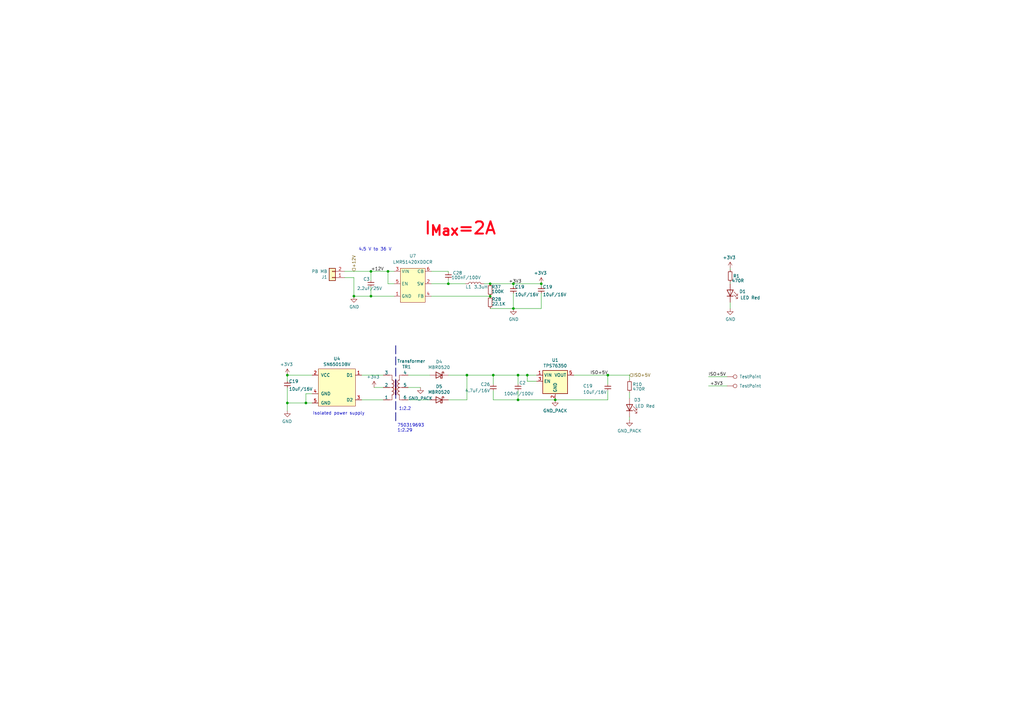
<source format=kicad_sch>
(kicad_sch (version 20230121) (generator eeschema)

  (uuid 320f2caf-f00f-4432-86ed-f2c19d076281)

  (paper "A3")

  (title_block
    (date "2023-10-19")
    (rev "V0.1")
    (company "teTra")
  )

  (lib_symbols
    (symbol "Connector:TestPoint" (pin_numbers hide) (pin_names (offset 0.762) hide) (in_bom yes) (on_board yes)
      (property "Reference" "TP" (at 0 6.858 0)
        (effects (font (size 1.27 1.27)))
      )
      (property "Value" "TestPoint" (at 0 5.08 0)
        (effects (font (size 1.27 1.27)))
      )
      (property "Footprint" "" (at 5.08 0 0)
        (effects (font (size 1.27 1.27)) hide)
      )
      (property "Datasheet" "~" (at 5.08 0 0)
        (effects (font (size 1.27 1.27)) hide)
      )
      (property "ki_keywords" "test point tp" (at 0 0 0)
        (effects (font (size 1.27 1.27)) hide)
      )
      (property "ki_description" "test point" (at 0 0 0)
        (effects (font (size 1.27 1.27)) hide)
      )
      (property "ki_fp_filters" "Pin* Test*" (at 0 0 0)
        (effects (font (size 1.27 1.27)) hide)
      )
      (symbol "TestPoint_0_1"
        (circle (center 0 3.302) (radius 0.762)
          (stroke (width 0) (type default))
          (fill (type none))
        )
      )
      (symbol "TestPoint_1_1"
        (pin passive line (at 0 0 90) (length 2.54)
          (name "1" (effects (font (size 1.27 1.27))))
          (number "1" (effects (font (size 1.27 1.27))))
        )
      )
    )
    (symbol "Connector_Generic:Conn_01x02" (pin_names (offset 1.016) hide) (in_bom yes) (on_board yes)
      (property "Reference" "J" (at 0 2.54 0)
        (effects (font (size 1.27 1.27)))
      )
      (property "Value" "Conn_01x02" (at 0 -5.08 0)
        (effects (font (size 1.27 1.27)))
      )
      (property "Footprint" "" (at 0 0 0)
        (effects (font (size 1.27 1.27)) hide)
      )
      (property "Datasheet" "~" (at 0 0 0)
        (effects (font (size 1.27 1.27)) hide)
      )
      (property "ki_keywords" "connector" (at 0 0 0)
        (effects (font (size 1.27 1.27)) hide)
      )
      (property "ki_description" "Generic connector, single row, 01x02, script generated (kicad-library-utils/schlib/autogen/connector/)" (at 0 0 0)
        (effects (font (size 1.27 1.27)) hide)
      )
      (property "ki_fp_filters" "Connector*:*_1x??_*" (at 0 0 0)
        (effects (font (size 1.27 1.27)) hide)
      )
      (symbol "Conn_01x02_1_1"
        (rectangle (start -1.27 -2.413) (end 0 -2.667)
          (stroke (width 0.1524) (type default))
          (fill (type none))
        )
        (rectangle (start -1.27 0.127) (end 0 -0.127)
          (stroke (width 0.1524) (type default))
          (fill (type none))
        )
        (rectangle (start -1.27 1.27) (end 1.27 -3.81)
          (stroke (width 0.254) (type default))
          (fill (type background))
        )
        (pin passive line (at -5.08 0 0) (length 3.81)
          (name "Pin_1" (effects (font (size 1.27 1.27))))
          (number "1" (effects (font (size 1.27 1.27))))
        )
        (pin passive line (at -5.08 -2.54 0) (length 3.81)
          (name "Pin_2" (effects (font (size 1.27 1.27))))
          (number "2" (effects (font (size 1.27 1.27))))
        )
      )
    )
    (symbol "Device:C" (pin_numbers hide) (pin_names (offset 0.254)) (in_bom yes) (on_board yes)
      (property "Reference" "C" (at 0.635 2.54 0)
        (effects (font (size 1.27 1.27)) (justify left))
      )
      (property "Value" "C" (at 0.635 -2.54 0)
        (effects (font (size 1.27 1.27)) (justify left))
      )
      (property "Footprint" "" (at 0.9652 -3.81 0)
        (effects (font (size 1.27 1.27)) hide)
      )
      (property "Datasheet" "~" (at 0 0 0)
        (effects (font (size 1.27 1.27)) hide)
      )
      (property "ki_keywords" "cap capacitor" (at 0 0 0)
        (effects (font (size 1.27 1.27)) hide)
      )
      (property "ki_description" "Unpolarized capacitor" (at 0 0 0)
        (effects (font (size 1.27 1.27)) hide)
      )
      (property "ki_fp_filters" "C_*" (at 0 0 0)
        (effects (font (size 1.27 1.27)) hide)
      )
      (symbol "C_1_1"
        (polyline
          (pts
            (xy -1.27 -0.508)
            (xy 1.27 -0.508)
          )
          (stroke (width 0.254) (type default))
          (fill (type none))
        )
        (polyline
          (pts
            (xy -1.27 0.508)
            (xy 1.27 0.508)
          )
          (stroke (width 0.254) (type default))
          (fill (type none))
        )
        (pin passive line (at 0 1.27 270) (length 0.762)
          (name "~" (effects (font (size 1.27 1.27))))
          (number "1" (effects (font (size 1.27 1.27))))
        )
        (pin passive line (at 0 -1.27 90) (length 0.762)
          (name "~" (effects (font (size 1.27 1.27))))
          (number "2" (effects (font (size 1.27 1.27))))
        )
      )
    )
    (symbol "Device:L" (pin_numbers hide) (pin_names (offset 1.016) hide) (in_bom yes) (on_board yes)
      (property "Reference" "L" (at -1.27 0 90)
        (effects (font (size 1.27 1.27)))
      )
      (property "Value" "L" (at 1.905 0 90)
        (effects (font (size 1.27 1.27)))
      )
      (property "Footprint" "" (at 0 0 0)
        (effects (font (size 1.27 1.27)) hide)
      )
      (property "Datasheet" "~" (at 0 0 0)
        (effects (font (size 1.27 1.27)) hide)
      )
      (property "ki_keywords" "inductor choke coil reactor magnetic" (at 0 0 0)
        (effects (font (size 1.27 1.27)) hide)
      )
      (property "ki_description" "Inductor" (at 0 0 0)
        (effects (font (size 1.27 1.27)) hide)
      )
      (property "ki_fp_filters" "Choke_* *Coil* Inductor_* L_*" (at 0 0 0)
        (effects (font (size 1.27 1.27)) hide)
      )
      (symbol "L_0_1"
        (arc (start 0 -2.54) (mid 0.6323 -1.905) (end 0 -1.27)
          (stroke (width 0) (type default))
          (fill (type none))
        )
        (arc (start 0 -1.27) (mid 0.6323 -0.635) (end 0 0)
          (stroke (width 0) (type default))
          (fill (type none))
        )
        (arc (start 0 0) (mid 0.6323 0.635) (end 0 1.27)
          (stroke (width 0) (type default))
          (fill (type none))
        )
        (arc (start 0 1.27) (mid 0.6323 1.905) (end 0 2.54)
          (stroke (width 0) (type default))
          (fill (type none))
        )
      )
      (symbol "L_1_1"
        (pin passive line (at 0 3.81 270) (length 1.27)
          (name "1" (effects (font (size 1.27 1.27))))
          (number "1" (effects (font (size 1.27 1.27))))
        )
        (pin passive line (at 0 -3.81 90) (length 1.27)
          (name "2" (effects (font (size 1.27 1.27))))
          (number "2" (effects (font (size 1.27 1.27))))
        )
      )
    )
    (symbol "Device:LED" (pin_numbers hide) (pin_names (offset 1.016) hide) (in_bom yes) (on_board yes)
      (property "Reference" "D" (at -0.762 -2.54 0)
        (effects (font (size 1.27 1.27)))
      )
      (property "Value" "LED" (at -0.762 4.318 0)
        (effects (font (size 1.27 1.27)))
      )
      (property "Footprint" "" (at 0 0 0)
        (effects (font (size 1.27 1.27)) hide)
      )
      (property "Datasheet" "~" (at 0 0 0)
        (effects (font (size 1.27 1.27)) hide)
      )
      (property "ki_keywords" "LED diode" (at 0 0 0)
        (effects (font (size 1.27 1.27)) hide)
      )
      (property "ki_description" "Light emitting diode" (at 0 0 0)
        (effects (font (size 1.27 1.27)) hide)
      )
      (property "ki_fp_filters" "LED* LED_SMD:* LED_THT:*" (at 0 0 0)
        (effects (font (size 1.27 1.27)) hide)
      )
      (symbol "LED_0_1"
        (polyline
          (pts
            (xy 1.27 0)
            (xy -1.27 0)
          )
          (stroke (width 0) (type default))
          (fill (type none))
        )
        (polyline
          (pts
            (xy 1.27 1.27)
            (xy 1.27 -1.27)
          )
          (stroke (width 0.254) (type default))
          (fill (type none))
        )
        (polyline
          (pts
            (xy -1.27 1.27)
            (xy -1.27 -1.27)
            (xy 1.27 0)
            (xy -1.27 1.27)
          )
          (stroke (width 0.254) (type default))
          (fill (type none))
        )
        (polyline
          (pts
            (xy -0.508 1.524)
            (xy 1.016 3.048)
            (xy 0.254 3.048)
            (xy 1.016 3.048)
            (xy 1.016 2.286)
          )
          (stroke (width 0) (type default))
          (fill (type none))
        )
        (polyline
          (pts
            (xy 0.762 1.524)
            (xy 2.286 3.048)
            (xy 1.524 3.048)
            (xy 2.286 3.048)
            (xy 2.286 2.286)
          )
          (stroke (width 0) (type default))
          (fill (type none))
        )
      )
      (symbol "LED_1_1"
        (pin passive line (at 3.81 0 180) (length 2.54)
          (name "K" (effects (font (size 1.27 1.27))))
          (number "1" (effects (font (size 1.27 1.27))))
        )
        (pin passive line (at -3.81 0 0) (length 2.54)
          (name "A" (effects (font (size 1.27 1.27))))
          (number "2" (effects (font (size 1.27 1.27))))
        )
      )
    )
    (symbol "Device:R_Small" (pin_numbers hide) (pin_names (offset 0.254) hide) (in_bom yes) (on_board yes)
      (property "Reference" "R" (at 0.762 0.508 0)
        (effects (font (size 1.27 1.27)) (justify left))
      )
      (property "Value" "R_Small" (at 0.762 -1.016 0)
        (effects (font (size 1.27 1.27)) (justify left))
      )
      (property "Footprint" "" (at 0 0 0)
        (effects (font (size 1.27 1.27)) hide)
      )
      (property "Datasheet" "~" (at 0 0 0)
        (effects (font (size 1.27 1.27)) hide)
      )
      (property "ki_keywords" "R resistor" (at 0 0 0)
        (effects (font (size 1.27 1.27)) hide)
      )
      (property "ki_description" "Resistor, small symbol" (at 0 0 0)
        (effects (font (size 1.27 1.27)) hide)
      )
      (property "ki_fp_filters" "R_*" (at 0 0 0)
        (effects (font (size 1.27 1.27)) hide)
      )
      (symbol "R_Small_0_1"
        (rectangle (start -0.762 1.778) (end 0.762 -1.778)
          (stroke (width 0.2032) (type default))
          (fill (type none))
        )
      )
      (symbol "R_Small_1_1"
        (pin passive line (at 0 2.54 270) (length 0.762)
          (name "~" (effects (font (size 1.27 1.27))))
          (number "1" (effects (font (size 1.27 1.27))))
        )
        (pin passive line (at 0 -2.54 90) (length 0.762)
          (name "~" (effects (font (size 1.27 1.27))))
          (number "2" (effects (font (size 1.27 1.27))))
        )
      )
    )
    (symbol "Diode:MBR0520" (pin_numbers hide) (pin_names (offset 1.016) hide) (in_bom yes) (on_board yes)
      (property "Reference" "D" (at 0 2.54 0)
        (effects (font (size 1.27 1.27)))
      )
      (property "Value" "MBR0520" (at 0 -2.54 0)
        (effects (font (size 1.27 1.27)))
      )
      (property "Footprint" "Diode_SMD:D_SOD-123" (at 0 -4.445 0)
        (effects (font (size 1.27 1.27)) hide)
      )
      (property "Datasheet" "http://www.mccsemi.com/up_pdf/MBR0520~MBR0580(SOD123).pdf" (at 0 0 0)
        (effects (font (size 1.27 1.27)) hide)
      )
      (property "ki_keywords" "diode Schottky" (at 0 0 0)
        (effects (font (size 1.27 1.27)) hide)
      )
      (property "ki_description" "20V 0.5A Schottky Power Rectifier Diode, SOD-123" (at 0 0 0)
        (effects (font (size 1.27 1.27)) hide)
      )
      (property "ki_fp_filters" "D*SOD?123*" (at 0 0 0)
        (effects (font (size 1.27 1.27)) hide)
      )
      (symbol "MBR0520_0_1"
        (polyline
          (pts
            (xy 1.27 0)
            (xy -1.27 0)
          )
          (stroke (width 0) (type default))
          (fill (type none))
        )
        (polyline
          (pts
            (xy 1.27 1.27)
            (xy 1.27 -1.27)
            (xy -1.27 0)
            (xy 1.27 1.27)
          )
          (stroke (width 0.254) (type default))
          (fill (type none))
        )
        (polyline
          (pts
            (xy -1.905 0.635)
            (xy -1.905 1.27)
            (xy -1.27 1.27)
            (xy -1.27 -1.27)
            (xy -0.635 -1.27)
            (xy -0.635 -0.635)
          )
          (stroke (width 0.254) (type default))
          (fill (type none))
        )
      )
      (symbol "MBR0520_1_1"
        (pin passive line (at -3.81 0 0) (length 2.54)
          (name "K" (effects (font (size 1.27 1.27))))
          (number "1" (effects (font (size 1.27 1.27))))
        )
        (pin passive line (at 3.81 0 180) (length 2.54)
          (name "A" (effects (font (size 1.27 1.27))))
          (number "2" (effects (font (size 1.27 1.27))))
        )
      )
    )
    (symbol "ENNOID:SN65601DBV" (pin_names (offset 1.016)) (in_bom yes) (on_board yes)
      (property "Reference" "U" (at 0 -8.89 0)
        (effects (font (size 1.27 1.27)))
      )
      (property "Value" "SN65601DBV" (at 0 8.89 0)
        (effects (font (size 1.27 1.27)))
      )
      (property "Footprint" "" (at 11.43 -1.27 0)
        (effects (font (size 1.27 1.27)) hide)
      )
      (property "Datasheet" "" (at 0 0 0)
        (effects (font (size 1.27 1.27)) hide)
      )
      (symbol "SN65601DBV_0_1"
        (rectangle (start -7.62 7.62) (end 7.62 -7.62)
          (stroke (width 0) (type solid))
          (fill (type background))
        )
      )
      (symbol "SN65601DBV_1_1"
        (pin input line (at -10.16 5.08 0) (length 2.54)
          (name "D1" (effects (font (size 1.27 1.27))))
          (number "1" (effects (font (size 1.27 1.27))))
        )
        (pin input line (at 10.16 5.08 180) (length 2.54)
          (name "VCC" (effects (font (size 1.27 1.27))))
          (number "2" (effects (font (size 1.27 1.27))))
        )
        (pin input line (at -10.16 -5.08 0) (length 2.54)
          (name "D2" (effects (font (size 1.27 1.27))))
          (number "3" (effects (font (size 1.27 1.27))))
        )
        (pin input line (at 10.16 -2.54 180) (length 2.54)
          (name "GND" (effects (font (size 1.27 1.27))))
          (number "4" (effects (font (size 1.27 1.27))))
        )
        (pin input line (at 10.16 -6.35 180) (length 2.54)
          (name "GND" (effects (font (size 1.27 1.27))))
          (number "5" (effects (font (size 1.27 1.27))))
        )
      )
    )
    (symbol "Power_Supervisor:TPS76350" (in_bom yes) (on_board yes)
      (property "Reference" "U" (at 0 0 0)
        (effects (font (size 1.27 1.27)))
      )
      (property "Value" "" (at 0 0 0)
        (effects (font (size 1.27 1.27)))
      )
      (property "Footprint" "" (at 0 0 0)
        (effects (font (size 1.27 1.27)) hide)
      )
      (property "Datasheet" "" (at 0 0 0)
        (effects (font (size 1.27 1.27)) hide)
      )
      (symbol "TPS76350_0_1"
        (rectangle (start -5.08 4.445) (end 5.08 -5.08)
          (stroke (width 0.254) (type solid))
          (fill (type background))
        )
      )
      (symbol "TPS76350_1_1"
        (pin power_in line (at -7.62 2.54 0) (length 2.54)
          (name "VIN" (effects (font (size 1.27 1.27))))
          (number "1" (effects (font (size 1.27 1.27))))
        )
        (pin power_in line (at 0 -7.62 90) (length 2.54)
          (name "GND" (effects (font (size 1.27 1.27))))
          (number "2" (effects (font (size 1.27 1.27))))
        )
        (pin input line (at -7.62 0 0) (length 2.54)
          (name "EN" (effects (font (size 1.27 1.27))))
          (number "3" (effects (font (size 1.27 1.27))))
        )
        (pin no_connect line (at 7.62 0 180) (length 2.54) hide
          (name "NC" (effects (font (size 1.27 1.27))))
          (number "4" (effects (font (size 1.27 1.27))))
        )
        (pin power_out line (at 7.62 2.54 180) (length 2.54)
          (name "VOUT" (effects (font (size 1.27 1.27))))
          (number "5" (effects (font (size 1.27 1.27))))
        )
      )
    )
    (symbol "Regulator_Switching:LMR51420" (in_bom yes) (on_board yes)
      (property "Reference" "U" (at 2.54 7.62 0)
        (effects (font (size 1.27 1.27)))
      )
      (property "Value" "LM51420" (at 0 0 0)
        (effects (font (size 1.27 1.27)))
      )
      (property "Footprint" "Package_TO_SOT_SMD:SOT-23-6_Handsoldering" (at 0 0 0)
        (effects (font (size 1.27 1.27)) hide)
      )
      (property "Datasheet" "https://www.ti.com/lit/ds/symlink/lmr51420.pdf" (at 0 0 0)
        (effects (font (size 1.27 1.27)) hide)
      )
      (property "MPN" "LMR51420XDDCR" (at 0 0 0)
        (effects (font (size 1.27 1.27)) hide)
      )
      (property "Description" "Buck Switching Regulator IC Positive Adjustable 0.6V 1 Output 2A SOT-23-6 Thin, TSOT-23-6" (at 0 0 0)
        (effects (font (size 1.27 1.27)) hide)
      )
      (symbol "LMR51420_1_1"
        (rectangle (start -2.54 6.35) (end 7.62 -7.62)
          (stroke (width 0) (type default))
          (fill (type background))
        )
        (pin input line (at -5.08 -5.08 0) (length 2.54)
          (name "GND" (effects (font (size 1.27 1.27))))
          (number "1" (effects (font (size 1.27 1.27))))
        )
        (pin input line (at 10.16 0 180) (length 2.54)
          (name "SW" (effects (font (size 1.27 1.27))))
          (number "2" (effects (font (size 1.27 1.27))))
        )
        (pin input line (at -5.08 5.08 0) (length 2.54)
          (name "VIN" (effects (font (size 1.27 1.27))))
          (number "3" (effects (font (size 1.27 1.27))))
        )
        (pin input line (at 10.16 -5.08 180) (length 2.54)
          (name "FB" (effects (font (size 1.27 1.27))))
          (number "4" (effects (font (size 1.27 1.27))))
        )
        (pin input line (at -5.08 0 0) (length 2.54)
          (name "EN" (effects (font (size 1.27 1.27))))
          (number "5" (effects (font (size 1.27 1.27))))
        )
        (pin input line (at 10.16 5.08 180) (length 2.54)
          (name "CB" (effects (font (size 1.27 1.27))))
          (number "6" (effects (font (size 1.27 1.27))))
        )
      )
    )
    (symbol "Transformer:TRANSF5" (pin_numbers hide) (pin_names (offset 0)) (in_bom yes) (on_board yes)
      (property "Reference" "TR" (at 0 6.35 0)
        (effects (font (size 1.27 1.27)))
      )
      (property "Value" "TRANSF5" (at 0 -6.35 0)
        (effects (font (size 1.27 1.27)))
      )
      (property "Footprint" "" (at 0 0 0)
        (effects (font (size 1.27 1.27)) hide)
      )
      (property "Datasheet" "https://mm.digikey.com/Volume0/opasdata/d220001/medias/docus/2416/760390015%20Dwg.pdf" (at 0 0 0)
        (effects (font (size 1.27 1.27)) hide)
      )
      (symbol "TRANSF5_0_1"
        (arc (start -1.524 -3.048) (mid -0.7653 -2.286) (end -1.524 -1.524)
          (stroke (width 0.2032) (type default))
          (fill (type none))
        )
        (arc (start -1.524 -1.524) (mid -0.7653 -0.762) (end -1.524 0)
          (stroke (width 0.2032) (type default))
          (fill (type none))
        )
        (arc (start -1.524 0) (mid -0.7653 0.762) (end -1.524 1.524)
          (stroke (width 0.2032) (type default))
          (fill (type none))
        )
        (arc (start -1.524 1.524) (mid -0.7653 2.286) (end -1.524 3.048)
          (stroke (width 0.2032) (type default))
          (fill (type none))
        )
        (rectangle (start -0.254 3.048) (end 0.254 -3.048)
          (stroke (width 0.0254) (type default))
          (fill (type outline))
        )
        (polyline
          (pts
            (xy -1.524 0)
            (xy -2.54 0)
            (xy -2.54 0)
          )
          (stroke (width 0) (type default))
          (fill (type outline))
        )
        (polyline
          (pts
            (xy 1.524 0)
            (xy 2.54 0)
            (xy 2.54 0)
          )
          (stroke (width 0) (type default))
          (fill (type outline))
        )
        (polyline
          (pts
            (xy -2.54 5.08)
            (xy -1.524 5.08)
            (xy -1.524 3.048)
            (xy -1.524 3.048)
          )
          (stroke (width 0.1524) (type default))
          (fill (type none))
        )
        (polyline
          (pts
            (xy -1.524 -3.048)
            (xy -1.524 -5.08)
            (xy -2.54 -5.08)
            (xy -2.54 -5.08)
          )
          (stroke (width 0.1524) (type default))
          (fill (type none))
        )
        (polyline
          (pts
            (xy 1.524 3.048)
            (xy 1.524 5.08)
            (xy 2.54 5.08)
            (xy 2.54 5.08)
          )
          (stroke (width 0.1524) (type default))
          (fill (type none))
        )
        (polyline
          (pts
            (xy 2.54 -5.08)
            (xy 1.524 -5.08)
            (xy 1.524 -3.048)
            (xy 1.524 -3.048)
          )
          (stroke (width 0.1524) (type default))
          (fill (type none))
        )
        (arc (start 1.524 -1.524) (mid 0.7653 -2.286) (end 1.524 -3.048)
          (stroke (width 0.2032) (type default))
          (fill (type none))
        )
        (arc (start 1.524 0) (mid 0.7653 -0.762) (end 1.524 -1.524)
          (stroke (width 0.2032) (type default))
          (fill (type none))
        )
        (arc (start 1.524 1.524) (mid 0.7653 0.762) (end 1.524 0)
          (stroke (width 0.2032) (type default))
          (fill (type none))
        )
        (arc (start 1.524 3.048) (mid 0.7653 2.286) (end 1.524 1.524)
          (stroke (width 0.2032) (type default))
          (fill (type none))
        )
      )
      (symbol "TRANSF5_1_1"
        (pin passive line (at -5.08 5.08 0) (length 2.54)
          (name "1" (effects (font (size 1.27 1.27))))
          (number "1" (effects (font (size 1.27 1.27))))
        )
        (pin passive line (at -5.08 0 0) (length 2.54)
          (name "2" (effects (font (size 1.27 1.27))))
          (number "2" (effects (font (size 1.27 1.27))))
        )
        (pin passive line (at -5.08 -5.08 0) (length 2.54)
          (name "3" (effects (font (size 1.27 1.27))))
          (number "3" (effects (font (size 1.27 1.27))))
        )
        (pin passive line (at 5.08 -5.08 180) (length 2.54)
          (name "4" (effects (font (size 1.27 1.27))))
          (number "4" (effects (font (size 1.27 1.27))))
        )
        (pin passive line (at 5.08 0 180) (length 2.54)
          (name "5" (effects (font (size 1.27 1.27))))
          (number "5" (effects (font (size 1.27 1.27))))
        )
        (pin passive line (at 5.08 5.08 180) (length 2.54)
          (name "6" (effects (font (size 1.27 1.27))))
          (number "6" (effects (font (size 1.27 1.27))))
        )
      )
    )
    (symbol "power:+3V3" (power) (pin_names (offset 0)) (in_bom yes) (on_board yes)
      (property "Reference" "#PWR" (at 0 -3.81 0)
        (effects (font (size 1.27 1.27)) hide)
      )
      (property "Value" "+3V3" (at 0 3.556 0)
        (effects (font (size 1.27 1.27)))
      )
      (property "Footprint" "" (at 0 0 0)
        (effects (font (size 1.27 1.27)) hide)
      )
      (property "Datasheet" "" (at 0 0 0)
        (effects (font (size 1.27 1.27)) hide)
      )
      (property "ki_keywords" "global power" (at 0 0 0)
        (effects (font (size 1.27 1.27)) hide)
      )
      (property "ki_description" "Power symbol creates a global label with name \"+3V3\"" (at 0 0 0)
        (effects (font (size 1.27 1.27)) hide)
      )
      (symbol "+3V3_0_1"
        (polyline
          (pts
            (xy -0.762 1.27)
            (xy 0 2.54)
          )
          (stroke (width 0) (type default))
          (fill (type none))
        )
        (polyline
          (pts
            (xy 0 0)
            (xy 0 2.54)
          )
          (stroke (width 0) (type default))
          (fill (type none))
        )
        (polyline
          (pts
            (xy 0 2.54)
            (xy 0.762 1.27)
          )
          (stroke (width 0) (type default))
          (fill (type none))
        )
      )
      (symbol "+3V3_1_1"
        (pin power_in line (at 0 0 90) (length 0) hide
          (name "+3V3" (effects (font (size 1.27 1.27))))
          (number "1" (effects (font (size 1.27 1.27))))
        )
      )
    )
    (symbol "power:GND" (power) (pin_names (offset 0)) (in_bom yes) (on_board yes)
      (property "Reference" "#PWR" (at 0 -6.35 0)
        (effects (font (size 1.27 1.27)) hide)
      )
      (property "Value" "GND" (at 0 -3.81 0)
        (effects (font (size 1.27 1.27)))
      )
      (property "Footprint" "" (at 0 0 0)
        (effects (font (size 1.27 1.27)) hide)
      )
      (property "Datasheet" "" (at 0 0 0)
        (effects (font (size 1.27 1.27)) hide)
      )
      (property "ki_keywords" "global power" (at 0 0 0)
        (effects (font (size 1.27 1.27)) hide)
      )
      (property "ki_description" "Power symbol creates a global label with name \"GND\" , ground" (at 0 0 0)
        (effects (font (size 1.27 1.27)) hide)
      )
      (symbol "GND_0_1"
        (polyline
          (pts
            (xy 0 0)
            (xy 0 -1.27)
            (xy 1.27 -1.27)
            (xy 0 -2.54)
            (xy -1.27 -1.27)
            (xy 0 -1.27)
          )
          (stroke (width 0) (type default))
          (fill (type none))
        )
      )
      (symbol "GND_1_1"
        (pin power_in line (at 0 0 270) (length 0) hide
          (name "GND" (effects (font (size 1.27 1.27))))
          (number "1" (effects (font (size 1.27 1.27))))
        )
      )
    )
    (symbol "power:GND_PACK" (power) (pin_names (offset 0)) (in_bom yes) (on_board yes)
      (property "Reference" "#PWR" (at 0 -6.35 0)
        (effects (font (size 1.27 1.27)) hide)
      )
      (property "Value" "GND_PACK" (at 0 -3.81 0)
        (effects (font (size 1.27 1.27)))
      )
      (property "Footprint" "" (at 0 0 0)
        (effects (font (size 1.27 1.27)) hide)
      )
      (property "Datasheet" "" (at 0 0 0)
        (effects (font (size 1.27 1.27)) hide)
      )
      (property "ki_keywords" "global power" (at 0 0 0)
        (effects (font (size 1.27 1.27)) hide)
      )
      (property "ki_description" "Power symbol creates a global label with name \"GND_PACK\" , ground" (at 0 0 0)
        (effects (font (size 1.27 1.27)) hide)
      )
      (symbol "GND_PACK_0_1"
        (polyline
          (pts
            (xy 0 0)
            (xy 0 -1.27)
            (xy 1.27 -1.27)
            (xy 0 -2.54)
            (xy -1.27 -1.27)
            (xy 0 -1.27)
          )
          (stroke (width 0) (type default))
          (fill (type none))
        )
      )
      (symbol "GND_PACK_1_1"
        (pin power_in line (at 0 0 270) (length 0) hide
          (name "GND_PACK" (effects (font (size 1.27 1.27))))
          (number "1" (effects (font (size 1.27 1.27))))
        )
      )
    )
  )

  (junction (at 201.041 121.4628) (diameter 0) (color 0 0 0 0)
    (uuid 29144466-7e96-4d51-80d1-c49736fa2bc4)
  )
  (junction (at 125.476 165.2778) (diameter 0) (color 0 0 0 0)
    (uuid 2bf5d0f5-df70-43d7-88ce-3a7b2438659f)
  )
  (junction (at 221.996 116.3828) (diameter 0) (color 0 0 0 0)
    (uuid 35273a59-c037-447b-85d4-ec84f98a11ba)
  )
  (junction (at 191.516 153.8478) (diameter 0) (color 0 0 0 0)
    (uuid 3dae0cfe-ba71-459f-a62d-a85f310aaea4)
  )
  (junction (at 201.041 116.3828) (diameter 0) (color 0 0 0 0)
    (uuid 5bc0c177-e187-4b2d-8d6d-cd38ae6c4e85)
  )
  (junction (at 249.301 153.8478) (diameter 0) (color 0 0 0 0)
    (uuid 5db367fe-3c10-440b-83e3-582d3065da46)
  )
  (junction (at 183.896 116.3828) (diameter 0) (color 0 0 0 0)
    (uuid 61d92f39-c5e9-48d5-894f-a5fc74e9add8)
  )
  (junction (at 216.281 153.8478) (diameter 0) (color 0 0 0 0)
    (uuid 6ab63bff-d05c-4c2a-b872-6604c3cf20af)
  )
  (junction (at 152.146 121.4628) (diameter 0) (color 0 0 0 0)
    (uuid 6b59f74b-88a0-4e9d-89ff-f92784181315)
  )
  (junction (at 117.856 165.2778) (diameter 0) (color 0 0 0 0)
    (uuid 6b6802c3-4810-4379-a43b-641f5538348c)
  )
  (junction (at 212.471 153.8478) (diameter 0) (color 0 0 0 0)
    (uuid 6ea68398-1927-44e1-9aaa-83b512ecd08d)
  )
  (junction (at 210.566 126.5428) (diameter 0) (color 0 0 0 0)
    (uuid 96fb71f3-0e23-47e9-b6b5-360045d2ef7e)
  )
  (junction (at 227.711 164.0078) (diameter 0) (color 0 0 0 0)
    (uuid ac28e840-00f8-41fc-b85a-edc9472e92f5)
  )
  (junction (at 212.471 164.0078) (diameter 0) (color 0 0 0 0)
    (uuid ca508827-803e-4fbc-90dd-a3f8b4a8786b)
  )
  (junction (at 152.146 111.3028) (diameter 0) (color 0 0 0 0)
    (uuid ccb1139c-07ad-412a-836d-9d3943567551)
  )
  (junction (at 202.311 153.8478) (diameter 0) (color 0 0 0 0)
    (uuid d023e8f9-f54b-434c-b546-0abf23534f33)
  )
  (junction (at 210.566 116.3828) (diameter 0) (color 0 0 0 0)
    (uuid e02390c4-79fa-41f5-ab89-8ada9443d850)
  )
  (junction (at 117.856 153.8478) (diameter 0) (color 0 0 0 0)
    (uuid e41bffb5-88d2-4721-b304-503e594ae951)
  )
  (junction (at 159.131 111.3028) (diameter 0) (color 0 0 0 0)
    (uuid e4254500-a2be-4e50-9d4e-a7cd632c0564)
  )
  (junction (at 145.161 121.4628) (diameter 0) (color 0 0 0 0)
    (uuid febf7e91-2df9-44a0-abf8-4dddeb6ce259)
  )

  (wire (pts (xy 183.896 111.9378) (xy 183.896 111.3028))
    (stroke (width 0) (type default))
    (uuid 0469e5ac-046a-4fa8-973e-7388c1e7d7a8)
  )
  (wire (pts (xy 159.131 111.3028) (xy 159.131 116.3828))
    (stroke (width 0) (type default))
    (uuid 0d3a0ba7-1953-486c-a11f-1f8f1439a447)
  )
  (wire (pts (xy 249.301 153.8478) (xy 235.331 153.8478))
    (stroke (width 0) (type default))
    (uuid 11dfd986-6ecc-4f04-b77f-e0dd682b2146)
  )
  (wire (pts (xy 183.896 164.0078) (xy 191.516 164.0078))
    (stroke (width 0) (type default))
    (uuid 1455923a-c706-4e64-afb7-f8c9f47c3cb8)
  )
  (wire (pts (xy 290.576 158.2928) (xy 298.196 158.2928))
    (stroke (width 0) (type default))
    (uuid 14c45e74-9ddb-4a88-8125-2229376ab26f)
  )
  (wire (pts (xy 183.896 114.4778) (xy 183.896 116.3828))
    (stroke (width 0) (type default))
    (uuid 152384d6-d0b9-41bc-8d01-3087f7a47946)
  )
  (wire (pts (xy 117.856 158.9278) (xy 117.856 165.2778))
    (stroke (width 0) (type default))
    (uuid 1b3d0bc5-38da-4893-8e64-5a11c9dd165f)
  )
  (wire (pts (xy 249.301 153.8478) (xy 249.301 157.6578))
    (stroke (width 0) (type default))
    (uuid 1b94e64a-faf4-4632-8f34-b5b50b24e1dd)
  )
  (wire (pts (xy 152.146 117.6528) (xy 152.146 121.4628))
    (stroke (width 0) (type default))
    (uuid 1cc296be-f7be-40e4-8be7-b944ac4a0aa8)
  )
  (bus (pts (xy 162.306 141.7828) (xy 162.306 172.8978))
    (stroke (width 0) (type dash))
    (uuid 1d2eda15-7c96-46ed-985f-c7ce3c26d564)
  )

  (wire (pts (xy 145.161 121.4628) (xy 152.146 121.4628))
    (stroke (width 0) (type default))
    (uuid 1e05a4ef-8a17-4cd8-8f87-43aa62427042)
  )
  (wire (pts (xy 249.301 153.8478) (xy 258.191 153.8478))
    (stroke (width 0) (type default))
    (uuid 1fb07903-e9dd-4f49-a202-1d14a4f98b73)
  )
  (wire (pts (xy 167.386 158.9278) (xy 172.466 158.9278))
    (stroke (width 0) (type default))
    (uuid 20e6e05e-73d0-4c6d-b7eb-409463f986a5)
  )
  (wire (pts (xy 191.516 153.8478) (xy 183.896 153.8478))
    (stroke (width 0) (type default))
    (uuid 24c8db51-93d8-4a15-83bd-a1dcf194cdf7)
  )
  (wire (pts (xy 299.466 115.7478) (xy 299.466 116.3828))
    (stroke (width 0) (type default))
    (uuid 250d3937-f53d-49ab-9a23-bc0bea4b5345)
  )
  (wire (pts (xy 141.351 111.3028) (xy 152.146 111.3028))
    (stroke (width 0) (type default))
    (uuid 2b18c1ee-136e-4276-994d-0f858cbba886)
  )
  (wire (pts (xy 117.856 153.8478) (xy 117.856 156.3878))
    (stroke (width 0) (type default))
    (uuid 3744bca8-ab98-4768-a4a2-149672cb5602)
  )
  (wire (pts (xy 141.351 113.8428) (xy 145.161 113.8428))
    (stroke (width 0) (type default))
    (uuid 3c5ca94a-912d-43d3-af27-cc87b3a16e50)
  )
  (wire (pts (xy 258.191 160.8328) (xy 258.191 163.3728))
    (stroke (width 0) (type default))
    (uuid 46e5f250-0e7b-49a8-b365-5c5c74ea93de)
  )
  (wire (pts (xy 117.856 165.2778) (xy 117.856 168.4528))
    (stroke (width 0) (type default))
    (uuid 4a4a4da2-b9fb-418d-b49e-ae67582bea08)
  )
  (wire (pts (xy 176.911 121.4628) (xy 201.041 121.4628))
    (stroke (width 0) (type default))
    (uuid 4f7f12e4-1149-410a-99ae-3fc9466b87b7)
  )
  (wire (pts (xy 152.146 121.4628) (xy 161.671 121.4628))
    (stroke (width 0) (type default))
    (uuid 54943512-e3f2-46ed-bba5-6eace142a1b2)
  )
  (wire (pts (xy 299.466 110.6678) (xy 299.466 110.0328))
    (stroke (width 0) (type default))
    (uuid 567a5f93-f1d9-41b3-84dc-3e943f3ff1ad)
  )
  (wire (pts (xy 176.911 116.3828) (xy 183.896 116.3828))
    (stroke (width 0) (type default))
    (uuid 58456133-6171-4abd-9b11-a0696a3b1ca8)
  )
  (wire (pts (xy 210.566 116.3828) (xy 210.566 117.6528))
    (stroke (width 0) (type default))
    (uuid 59077188-1267-4d68-be5b-dc6a947a6d8e)
  )
  (wire (pts (xy 125.476 165.2778) (xy 128.016 165.2778))
    (stroke (width 0) (type default))
    (uuid 637442eb-d018-4b46-ab2b-c7197c630128)
  )
  (wire (pts (xy 216.281 156.3878) (xy 216.281 153.8478))
    (stroke (width 0) (type default))
    (uuid 6c094bf3-a875-44dc-909e-cead78d76dc3)
  )
  (wire (pts (xy 202.311 153.8478) (xy 191.516 153.8478))
    (stroke (width 0) (type default))
    (uuid 6ecfd7d1-c006-4c91-92bc-1099f018dd72)
  )
  (wire (pts (xy 201.041 126.5428) (xy 210.566 126.5428))
    (stroke (width 0) (type default))
    (uuid 70a9c38f-0839-42ea-9bfe-c954f0e97a69)
  )
  (wire (pts (xy 152.146 111.3028) (xy 159.131 111.3028))
    (stroke (width 0) (type default))
    (uuid 7be9def3-5a03-437c-849e-67b144acd5b9)
  )
  (wire (pts (xy 159.131 116.3828) (xy 161.671 116.3828))
    (stroke (width 0) (type default))
    (uuid 7f48b6ea-8307-450b-b5a4-29af75e803a3)
  )
  (wire (pts (xy 220.091 153.8478) (xy 216.281 153.8478))
    (stroke (width 0) (type default))
    (uuid 7f82eaf6-7f81-4eeb-819a-dd37c2f47426)
  )
  (wire (pts (xy 159.131 111.3028) (xy 161.671 111.3028))
    (stroke (width 0) (type default))
    (uuid 85fdeba7-5c1b-4b41-b30e-d7845d4d0980)
  )
  (wire (pts (xy 145.161 113.8428) (xy 145.161 121.4628))
    (stroke (width 0) (type default))
    (uuid 86edff3b-291b-4d60-bd18-ca8058446acf)
  )
  (wire (pts (xy 157.226 158.9278) (xy 153.416 158.9278))
    (stroke (width 0) (type default))
    (uuid 873cbbf7-6d50-4e9e-ae68-6ddeb929a10f)
  )
  (wire (pts (xy 152.146 111.3028) (xy 152.146 115.1128))
    (stroke (width 0) (type default))
    (uuid 8e477447-eb4d-489b-be37-f5dcb9a45f2a)
  )
  (wire (pts (xy 176.911 111.3028) (xy 183.896 111.3028))
    (stroke (width 0) (type default))
    (uuid 944cd41c-12ee-4396-baf7-bad8a5174d9f)
  )
  (wire (pts (xy 201.041 116.3828) (xy 210.566 116.3828))
    (stroke (width 0) (type default))
    (uuid 9514ea63-a156-40f4-9dc0-36abe29d5ad8)
  )
  (wire (pts (xy 117.856 153.8478) (xy 128.016 153.8478))
    (stroke (width 0) (type default))
    (uuid 9654321f-9bc2-4b7e-b60a-24eaab4f18f5)
  )
  (wire (pts (xy 221.996 116.3828) (xy 221.996 117.6528))
    (stroke (width 0) (type default))
    (uuid 97bd0923-9b9d-46b9-abeb-cbed2619da45)
  )
  (wire (pts (xy 183.896 116.3828) (xy 190.881 116.3828))
    (stroke (width 0) (type default))
    (uuid a100e90e-35c4-4f97-9164-aa30791e5053)
  )
  (wire (pts (xy 216.281 153.8478) (xy 212.471 153.8478))
    (stroke (width 0) (type default))
    (uuid a4fb84cb-4cb4-438a-bdb7-2c1da3b7f6e9)
  )
  (wire (pts (xy 220.091 156.3878) (xy 216.281 156.3878))
    (stroke (width 0) (type default))
    (uuid a89ff934-c488-41d4-b5f8-ccc21e6159d4)
  )
  (wire (pts (xy 221.996 120.1928) (xy 221.996 126.5428))
    (stroke (width 0) (type default))
    (uuid a9521371-2240-4d53-941e-254055dc7641)
  )
  (wire (pts (xy 198.501 116.3828) (xy 201.041 116.3828))
    (stroke (width 0) (type default))
    (uuid aa32980a-6228-4f42-8aab-8c6038d4bce9)
  )
  (wire (pts (xy 176.276 153.8478) (xy 167.386 153.8478))
    (stroke (width 0) (type default))
    (uuid aadb6636-b243-483e-84c6-a40308e3140c)
  )
  (wire (pts (xy 212.471 153.8478) (xy 202.311 153.8478))
    (stroke (width 0) (type default))
    (uuid ac263a73-b2fe-49f5-acde-b216a1b766c2)
  )
  (wire (pts (xy 157.226 153.8478) (xy 148.336 153.8478))
    (stroke (width 0) (type default))
    (uuid ac3d90e1-85ee-46fe-b93d-18f785dc752b)
  )
  (wire (pts (xy 212.471 160.1978) (xy 212.471 164.0078))
    (stroke (width 0) (type default))
    (uuid acce53de-3cdb-4a55-8d2e-fd2d2d8d546e)
  )
  (wire (pts (xy 128.016 161.4678) (xy 125.476 161.4678))
    (stroke (width 0) (type default))
    (uuid ae0c9b04-7268-4d86-9b0f-da06874f196f)
  )
  (wire (pts (xy 299.466 124.0028) (xy 299.466 126.5428))
    (stroke (width 0) (type default))
    (uuid b1f4635e-a6fb-42ce-a22c-09920d9c231f)
  )
  (wire (pts (xy 176.276 164.0078) (xy 167.386 164.0078))
    (stroke (width 0) (type default))
    (uuid b6b51d6c-ace6-4309-b98c-7ebe13a22e14)
  )
  (wire (pts (xy 202.311 160.1978) (xy 202.311 164.0078))
    (stroke (width 0) (type default))
    (uuid be5729e0-9777-4ff4-9377-259c272f5cd8)
  )
  (wire (pts (xy 210.566 120.1928) (xy 210.566 126.5428))
    (stroke (width 0) (type default))
    (uuid bfc9f007-3d45-437c-b38a-6d13c90208ba)
  )
  (wire (pts (xy 249.301 164.0078) (xy 227.711 164.0078))
    (stroke (width 0) (type default))
    (uuid c3a52349-6744-490e-9dae-4e52547af97e)
  )
  (wire (pts (xy 157.226 164.0078) (xy 148.336 164.0078))
    (stroke (width 0) (type default))
    (uuid cd5524b5-8d30-45f9-8c23-ec8939f0ef14)
  )
  (wire (pts (xy 202.311 153.8478) (xy 202.311 157.6578))
    (stroke (width 0) (type default))
    (uuid dc371185-c27a-4aad-a458-38a3df47d894)
  )
  (wire (pts (xy 125.476 165.2778) (xy 117.856 165.2778))
    (stroke (width 0) (type default))
    (uuid e0b74a65-b020-444f-a511-6e536ded0567)
  )
  (wire (pts (xy 212.471 164.0078) (xy 202.311 164.0078))
    (stroke (width 0) (type default))
    (uuid e3b49672-a676-40b4-9839-a1d9789117de)
  )
  (wire (pts (xy 258.191 153.8478) (xy 258.191 155.7528))
    (stroke (width 0) (type default))
    (uuid e5573f54-2c8a-493f-96a2-f68f3841c5e8)
  )
  (wire (pts (xy 258.191 170.9928) (xy 258.191 172.2628))
    (stroke (width 0) (type default))
    (uuid e6a5c00d-cc33-46ea-8e39-7c4965a489a3)
  )
  (wire (pts (xy 290.576 154.4828) (xy 298.196 154.4828))
    (stroke (width 0) (type default))
    (uuid eaf31500-912b-4cc3-87ff-347736ab9f0d)
  )
  (wire (pts (xy 249.301 160.1978) (xy 249.301 164.0078))
    (stroke (width 0) (type default))
    (uuid ecdb511f-e13d-41f0-8a5f-d279ab5dcd94)
  )
  (wire (pts (xy 125.476 161.4678) (xy 125.476 165.2778))
    (stroke (width 0) (type default))
    (uuid ed843ae5-68c7-4ba2-84b9-661e69e13d22)
  )
  (wire (pts (xy 191.516 153.8478) (xy 191.516 164.0078))
    (stroke (width 0) (type default))
    (uuid ef87d12a-8abf-4b93-8193-f0b795611ad6)
  )
  (wire (pts (xy 212.471 153.8478) (xy 212.471 157.6578))
    (stroke (width 0) (type default))
    (uuid f0857e98-9035-458e-920c-85f433682b21)
  )
  (wire (pts (xy 210.566 126.5428) (xy 221.996 126.5428))
    (stroke (width 0) (type default))
    (uuid f8fab778-029f-42a2-90f4-16c461c8c0f6)
  )
  (wire (pts (xy 227.711 164.0078) (xy 212.471 164.0078))
    (stroke (width 0) (type default))
    (uuid fa18298d-7a76-4eb7-94ef-e406292d7c0a)
  )
  (wire (pts (xy 221.996 116.3828) (xy 210.566 116.3828))
    (stroke (width 0) (type default))
    (uuid fae627ba-c63d-4e24-b3c7-86efd665fac1)
  )

  (text "1:2.2" (at 163.576 168.4528 0)
    (effects (font (size 1.27 1.27)) (justify left bottom))
    (uuid 14d25794-d02d-4ec5-b354-6479f2cac503)
  )
  (text "I_{Max}=2A" (at 173.736 96.6978 0)
    (effects (font (size 5 5) (thickness 0.8) bold (color 255 3 22 1)) (justify left bottom))
    (uuid 1570ff9c-e7ed-48d8-8d45-6fe133da4d17)
  )
  (text "Isolated power supply" (at 149.606 170.3578 0)
    (effects (font (size 1.27 1.27)) (justify right bottom))
    (uuid 8542ef56-a148-4408-9945-88ba30a9bd78)
  )
  (text "750319693   \n1:2.29" (at 162.941 177.3428 0)
    (effects (font (size 1.27 1.27)) (justify left bottom))
    (uuid 9172f304-b287-4261-9662-e290c3629ae5)
  )
  (text "4.5 V to 36 V\n" (at 147.066 103.0478 0)
    (effects (font (size 1.27 1.27)) (justify left bottom))
    (uuid c3bcacd1-0fc0-48b4-bd95-f03cac9dc2a4)
  )

  (label "+3V3" (at 291.211 158.2928 0) (fields_autoplaced)
    (effects (font (size 1.27 1.27)) (justify left bottom))
    (uuid 5d7874e3-727c-41c8-91d3-ffe0af7b63a0)
  )
  (label "ISO+5V" (at 290.576 154.4828 0) (fields_autoplaced)
    (effects (font (size 1.27 1.27)) (justify left bottom))
    (uuid c0a6d7d7-1794-40ed-8307-70ee963eb2e9)
  )
  (label "+3V3" (at 208.661 116.3828 0) (fields_autoplaced)
    (effects (font (size 1.27 1.27)) (justify left bottom))
    (uuid c4ef4bd0-3f91-4c4e-a63a-644adca90d6c)
  )
  (label "+12V" (at 152.146 111.3028 0) (fields_autoplaced)
    (effects (font (size 1.27 1.27)) (justify left bottom))
    (uuid d0e713de-ece8-480f-870f-ac1afe8bc551)
  )
  (label "ISO+5V" (at 249.301 153.8478 180) (fields_autoplaced)
    (effects (font (size 1.27 1.27)) (justify right bottom))
    (uuid f5889c0b-43ab-42a6-9d8a-f7c3285e206a)
  )

  (hierarchical_label "ISO+5V" (shape input) (at 258.191 153.8478 0) (fields_autoplaced)
    (effects (font (size 1.27 1.27)) (justify left))
    (uuid 2bbb8211-bb02-4060-87a5-99f006e0d0d9)
  )
  (hierarchical_label "+12V" (shape input) (at 145.161 111.3028 90) (fields_autoplaced)
    (effects (font (size 1.27 1.27)) (justify left))
    (uuid 8eecf37d-f92b-4375-9c21-a112de8d16c3)
  )

  (symbol (lib_id "Device:L") (at 194.691 116.3828 90) (unit 1)
    (in_bom yes) (on_board yes) (dnp no)
    (uuid 00000000-0000-0000-0000-00005c70a0c0)
    (property "Reference" "L1" (at 192.151 117.6528 90)
      (effects (font (size 1.27 1.27)))
    )
    (property "Value" "3.3uH" (at 197.231 117.6528 90)
      (effects (font (size 1.27 1.27)))
    )
    (property "Footprint" "Inductor_SMD:L_Bourns_SRP5030T" (at 194.691 116.3828 0)
      (effects (font (size 1.27 1.27)) hide)
    )
    (property "Datasheet" "https://www.bourns.com/docs/Product-Datasheets/SRP5030CC.pdf" (at 194.691 116.3828 0)
      (effects (font (size 1.27 1.27)) hide)
    )
    (property "MPN" "SRP5030CC-3R3M" (at 194.691 116.3828 0)
      (effects (font (size 1.27 1.27)) hide)
    )
    (property "Link" "https://www.digikey.jp/en/products/detail/bourns-inc/SRP5030CC-3R3M/21263799?s=N4IgTCBcDaIMoCUAKBWADAZjQYWwWgwQwFkQBdAXyA" (at 194.691 116.3828 90)
      (effects (font (size 1.27 1.27)) hide)
    )
    (property "Description" "3.3 µH Shielded Wirewound Inductor 5 A 38mOhm Max Nonstandard" (at 194.691 116.3828 90)
      (effects (font (size 1.27 1.27)) hide)
    )
    (pin "1" (uuid e7df8030-2c52-4ba2-878a-8c8851921cee))
    (pin "2" (uuid 5c4a8b37-2c00-4746-b0ed-616015f3a24f))
    (instances
      (project "LTC6811_ESP32_V1p21"
        (path "/6a86ff6f-b159-4c4c-8a40-e732cc82e010/00000000-0000-0000-0000-00005ac18063"
          (reference "L1") (unit 1)
        )
      )
    )
  )

  (symbol (lib_id "power:GND") (at 210.566 126.5428 0) (unit 1)
    (in_bom yes) (on_board yes) (dnp no)
    (uuid 00000000-0000-0000-0000-00005c74287e)
    (property "Reference" "#PWR043" (at 210.566 132.8928 0)
      (effects (font (size 1.27 1.27)) hide)
    )
    (property "Value" "GND" (at 210.693 130.937 0)
      (effects (font (size 1.27 1.27)))
    )
    (property "Footprint" "" (at 210.566 126.5428 0)
      (effects (font (size 1.27 1.27)) hide)
    )
    (property "Datasheet" "" (at 210.566 126.5428 0)
      (effects (font (size 1.27 1.27)) hide)
    )
    (pin "1" (uuid d2e83e23-29a4-4b8f-8ff7-b0bb958de396))
    (instances
      (project "LTC6811_ESP32_V1p21"
        (path "/6a86ff6f-b159-4c4c-8a40-e732cc82e010/00000000-0000-0000-0000-00005ac18063"
          (reference "#PWR043") (unit 1)
        )
      )
    )
  )

  (symbol (lib_id "power:GND") (at 145.161 121.4628 0) (unit 1)
    (in_bom yes) (on_board yes) (dnp no)
    (uuid 05fcc230-55dd-4c6f-a62a-7dfc2c10bf73)
    (property "Reference" "#PWR038" (at 145.161 127.8128 0)
      (effects (font (size 1.27 1.27)) hide)
    )
    (property "Value" "GND" (at 145.288 125.857 0)
      (effects (font (size 1.27 1.27)))
    )
    (property "Footprint" "" (at 145.161 121.4628 0)
      (effects (font (size 1.27 1.27)) hide)
    )
    (property "Datasheet" "" (at 145.161 121.4628 0)
      (effects (font (size 1.27 1.27)) hide)
    )
    (pin "1" (uuid c34052e6-b55f-466a-9d3b-88d85f86cb59))
    (instances
      (project "LTC6811_ESP32_V1p21"
        (path "/6a86ff6f-b159-4c4c-8a40-e732cc82e010/00000000-0000-0000-0000-00005ac18063"
          (reference "#PWR038") (unit 1)
        )
      )
    )
  )

  (symbol (lib_id "ENNOID:SN65601DBV") (at 138.176 158.9278 0) (mirror y) (unit 1)
    (in_bom yes) (on_board yes) (dnp no)
    (uuid 1ab1063d-9ff7-47e6-b41c-0d89ffcec2fb)
    (property "Reference" "U4" (at 138.176 147.1168 0)
      (effects (font (size 1.27 1.27)))
    )
    (property "Value" "SN6501DBV" (at 138.176 149.4282 0)
      (effects (font (size 1.27 1.27)))
    )
    (property "Footprint" "Package_TO_SOT_SMD:SOT-23-5" (at 126.746 160.1978 0)
      (effects (font (size 1.27 1.27)) hide)
    )
    (property "Datasheet" "https://www.ti.com.cn/cn/lit/ds/symlink/sn6501.pdf?ts=1707800085827&ref_url=https%253A%252F%252Fwww.ti.com.cn%252Fsitesearch%252Fzh-cn%252Fdocs%252Funiversalsearch.tsp%253FlangPref%253Dzh-CN%2526searchTerm%253DSN6501DBV%2526nr%253D33" (at 138.176 158.9278 0)
      (effects (font (size 1.27 1.27)) hide)
    )
    (property "MPN" "SN6501DBVR" (at 138.176 158.9278 0)
      (effects (font (size 1.27 1.27)) hide)
    )
    (property "Description" "Transformer Driver PMIC SOT-23-5" (at 138.176 158.9278 0)
      (effects (font (size 1.27 1.27)) hide)
    )
    (property "Link" "https://www.digikey.jp/en/products/detail/texas-instruments/SN6501DBVR/3431175?s=N4IgTCBcDaIMoDkBsBWADARgCICEBqASiALoC%2BQA" (at 138.176 158.9278 0)
      (effects (font (size 1.27 1.27)) hide)
    )
    (pin "1" (uuid a6871cff-fee7-419c-bb9f-451c0c1c0378))
    (pin "2" (uuid bad024ce-7fd3-44d9-8ab9-16b6a32a5bda))
    (pin "3" (uuid 15c40beb-be99-410f-9754-95e8d994d712))
    (pin "4" (uuid d7c8d9da-ba73-4da2-a8d1-a252871bc70c))
    (pin "5" (uuid 564fc764-c9a7-4f0f-b600-18ee52f72743))
    (instances
      (project "LTC6811_ESP32_V1p21"
        (path "/6a86ff6f-b159-4c4c-8a40-e732cc82e010/00000000-0000-0000-0000-00005ac18063"
          (reference "U4") (unit 1)
        )
      )
    )
  )

  (symbol (lib_id "Connector:TestPoint") (at 298.196 158.2928 270) (unit 1)
    (in_bom yes) (on_board yes) (dnp no)
    (uuid 1f6da100-6a88-4ea7-a648-e8d6a684967f)
    (property "Reference" "TP2" (at 302.768 160.8328 0)
      (effects (font (size 1.27 1.27)) (justify left) hide)
    )
    (property "Value" "TestPoint" (at 303.276 158.2928 90)
      (effects (font (size 1.27 1.27)) (justify left))
    )
    (property "Footprint" "TestPoint:TestPoint_Pad_D1.0mm" (at 298.196 163.3728 0)
      (effects (font (size 1.27 1.27)) hide)
    )
    (property "Datasheet" "~" (at 298.196 163.3728 0)
      (effects (font (size 1.27 1.27)) hide)
    )
    (pin "1" (uuid c39b90e8-13ff-46e7-88c2-5ee7ddc05298))
    (instances
      (project "LTC6811_ESP32_V1p21"
        (path "/6a86ff6f-b159-4c4c-8a40-e732cc82e010/00000000-0000-0000-0000-00005ac18063"
          (reference "TP2") (unit 1)
        )
      )
    )
  )

  (symbol (lib_id "power:+3V3") (at 153.416 158.9278 0) (mirror y) (unit 1)
    (in_bom yes) (on_board yes) (dnp no)
    (uuid 3658459e-af21-44f1-98c2-9ad8f781a9e9)
    (property "Reference" "#PWR022" (at 153.416 162.7378 0)
      (effects (font (size 1.27 1.27)) hide)
    )
    (property "Value" "+3V3" (at 153.035 154.5336 0)
      (effects (font (size 1.27 1.27)))
    )
    (property "Footprint" "" (at 153.416 158.9278 0)
      (effects (font (size 1.27 1.27)) hide)
    )
    (property "Datasheet" "" (at 153.416 158.9278 0)
      (effects (font (size 1.27 1.27)) hide)
    )
    (pin "1" (uuid f16d4e20-e38b-4ac8-b16c-6e004cbd5221))
    (instances
      (project "LTC6811_ESP32_V1p21"
        (path "/6a86ff6f-b159-4c4c-8a40-e732cc82e010/00000000-0000-0000-0000-00005ac18063"
          (reference "#PWR022") (unit 1)
        )
      )
    )
  )

  (symbol (lib_id "Connector:TestPoint") (at 298.196 154.4828 270) (unit 1)
    (in_bom yes) (on_board yes) (dnp no)
    (uuid 41213d4c-91bb-4ee5-ae86-4a58d7b0e75e)
    (property "Reference" "TP1" (at 302.768 157.0228 0)
      (effects (font (size 1.27 1.27)) (justify left) hide)
    )
    (property "Value" "TestPoint" (at 303.276 154.4828 90)
      (effects (font (size 1.27 1.27)) (justify left))
    )
    (property "Footprint" "TestPoint:TestPoint_Pad_D1.0mm" (at 298.196 159.5628 0)
      (effects (font (size 1.27 1.27)) hide)
    )
    (property "Datasheet" "~" (at 298.196 159.5628 0)
      (effects (font (size 1.27 1.27)) hide)
    )
    (pin "1" (uuid 505a5d35-c019-4aaf-a134-c40b510d6185))
    (instances
      (project "LTC6811_ESP32_V1p21"
        (path "/6a86ff6f-b159-4c4c-8a40-e732cc82e010/00000000-0000-0000-0000-00005ac18063"
          (reference "TP1") (unit 1)
        )
      )
    )
  )

  (symbol (lib_id "power:GND") (at 299.466 126.5428 0) (unit 1)
    (in_bom yes) (on_board yes) (dnp no)
    (uuid 438e7760-d20a-46c3-9f03-ac587bb42565)
    (property "Reference" "#PWR02" (at 299.466 132.8928 0)
      (effects (font (size 1.27 1.27)) hide)
    )
    (property "Value" "GND" (at 299.593 130.937 0)
      (effects (font (size 1.27 1.27)))
    )
    (property "Footprint" "" (at 299.466 126.5428 0)
      (effects (font (size 1.27 1.27)) hide)
    )
    (property "Datasheet" "" (at 299.466 126.5428 0)
      (effects (font (size 1.27 1.27)) hide)
    )
    (pin "1" (uuid bade3281-b0b3-4d68-acfb-0b41a4a847ed))
    (instances
      (project "LTC6811_ESP32_V1p21"
        (path "/6a86ff6f-b159-4c4c-8a40-e732cc82e010/00000000-0000-0000-0000-00005ac18063"
          (reference "#PWR02") (unit 1)
        )
      )
    )
  )

  (symbol (lib_id "Diode:MBR0520") (at 180.086 164.0078 0) (mirror y) (unit 1)
    (in_bom yes) (on_board yes) (dnp no)
    (uuid 48d7f37f-3376-4ba0-99d8-03dce5ceb811)
    (property "Reference" "D5" (at 180.086 158.5214 0)
      (effects (font (size 1.27 1.27)))
    )
    (property "Value" "MBR0520" (at 180.086 160.8328 0)
      (effects (font (size 1.27 1.27)))
    )
    (property "Footprint" "Diode_SMD:D_SOD-123" (at 180.086 168.4528 0)
      (effects (font (size 1.27 1.27)) hide)
    )
    (property "Datasheet" "http://www.mccsemi.com/up_pdf/MBR0520~MBR0580(SOD123).pdf" (at 180.086 164.0078 0)
      (effects (font (size 1.27 1.27)) hide)
    )
    (property "MPN" "MBR0520-TP" (at 180.086 164.0078 0)
      (effects (font (size 1.27 1.27)) hide)
    )
    (property "Description" "Diode 20 V 500mA Surface Mount SOD-123" (at 180.086 164.0078 0)
      (effects (font (size 1.27 1.27)) hide)
    )
    (property "Link" "https://www.digikey.jp/en/products/detail/micro-commercial-co/MBR0520-TP/717250" (at 180.086 164.0078 0)
      (effects (font (size 1.27 1.27)) hide)
    )
    (pin "1" (uuid 80c5535a-5e51-4eb6-829a-c2bcdb919b11))
    (pin "2" (uuid 1ebc6343-1547-43a7-851a-63c39db182c3))
    (instances
      (project "LTC6811_ESP32_V1p21"
        (path "/6a86ff6f-b159-4c4c-8a40-e732cc82e010/00000000-0000-0000-0000-00005ac18063"
          (reference "D5") (unit 1)
        )
      )
    )
  )

  (symbol (lib_id "power:GND_PACK") (at 227.711 164.0078 0) (mirror y) (unit 1)
    (in_bom yes) (on_board yes) (dnp no) (fields_autoplaced)
    (uuid 5025d627-3560-4e0c-be98-ced36a59aea8)
    (property "Reference" "#PWR017" (at 227.711 170.3578 0)
      (effects (font (size 1.27 1.27)) hide)
    )
    (property "Value" "GND_PACK" (at 227.711 168.4528 0)
      (effects (font (size 1.27 1.27)))
    )
    (property "Footprint" "" (at 227.711 164.0078 0)
      (effects (font (size 1.27 1.27)) hide)
    )
    (property "Datasheet" "" (at 227.711 164.0078 0)
      (effects (font (size 1.27 1.27)) hide)
    )
    (pin "1" (uuid b94228bb-48dc-4843-8760-52422a53c644))
    (instances
      (project "LTC6811_ESP32_V1p21"
        (path "/6a86ff6f-b159-4c4c-8a40-e732cc82e010/00000000-0000-0000-0000-00005ac18063"
          (reference "#PWR017") (unit 1)
        )
      )
    )
  )

  (symbol (lib_id "Device:C") (at 221.996 118.9228 0) (unit 1)
    (in_bom yes) (on_board yes) (dnp no)
    (uuid 505d4d2d-9759-4b11-8e30-a4a8d1a4f0e3)
    (property "Reference" "C19" (at 222.631 117.6528 0)
      (effects (font (size 1.27 1.27)) (justify left))
    )
    (property "Value" "10uF/16V" (at 222.631 120.8278 0)
      (effects (font (size 1.27 1.27)) (justify left))
    )
    (property "Footprint" "Capacitor_SMD:C_0805_2012Metric" (at 222.9612 122.7328 0)
      (effects (font (size 1.27 1.27)) hide)
    )
    (property "Datasheet" "https://mm.digikey.com/Volume0/opasdata/d220001/medias/docus/609/CL21A106KOQNNNE_Spec.pdf" (at 221.996 118.9228 0)
      (effects (font (size 1.27 1.27)) hide)
    )
    (property "MPN" "CL21A106KOQNNNE" (at 221.996 118.9228 0)
      (effects (font (size 1.27 1.27)) hide)
    )
    (property "Description" "10 µF ±10% 16V Ceramic Capacitor X5R 0805 (2012 Metric)" (at 221.996 118.9228 0)
      (effects (font (size 1.27 1.27)) hide)
    )
    (property "Link" "https://www.digikey.jp/en/products/detail/samsung-electro-mechanics/CL21A106KOQNNNE/3886754" (at 221.996 118.9228 0)
      (effects (font (size 1.27 1.27)) hide)
    )
    (pin "1" (uuid e043433f-9232-4664-94ec-3216eb0f25b1))
    (pin "2" (uuid a260c104-a458-4d2a-a018-b39819f616c4))
    (instances
      (project "Gachacon_Sensor"
        (path "/041b3cd8-e7ef-4f23-90bc-f44fb273934f/cec9e6f5-66b5-43c4-951e-416249495c24"
          (reference "C19") (unit 1)
        )
      )
      (project "LTC6811_ESP32_V1p21"
        (path "/6a86ff6f-b159-4c4c-8a40-e732cc82e010/00000000-0000-0000-0000-00005ac18063"
          (reference "C24") (unit 1)
        )
      )
      (project "R&C_library"
        (path "/7459c5fb-eaee-49a5-9f15-99dbadaaebb5/69b6d37c-9e3f-4116-ad89-42e4a2524676"
          (reference "C47") (unit 1)
        )
      )
    )
  )

  (symbol (lib_id "power:GND_PACK") (at 172.466 158.9278 0) (mirror y) (unit 1)
    (in_bom yes) (on_board yes) (dnp no) (fields_autoplaced)
    (uuid 5b63aa4c-7223-4de0-ad3f-9eb56f017851)
    (property "Reference" "#PWR021" (at 172.466 165.2778 0)
      (effects (font (size 1.27 1.27)) hide)
    )
    (property "Value" "GND_PACK" (at 172.466 163.3728 0)
      (effects (font (size 1.27 1.27)))
    )
    (property "Footprint" "" (at 172.466 158.9278 0)
      (effects (font (size 1.27 1.27)) hide)
    )
    (property "Datasheet" "" (at 172.466 158.9278 0)
      (effects (font (size 1.27 1.27)) hide)
    )
    (pin "1" (uuid 03e75e5e-d116-4f84-bad8-524ae905bccd))
    (instances
      (project "LTC6811_ESP32_V1p21"
        (path "/6a86ff6f-b159-4c4c-8a40-e732cc82e010/00000000-0000-0000-0000-00005ac18063"
          (reference "#PWR021") (unit 1)
        )
      )
    )
  )

  (symbol (lib_id "Diode:MBR0520") (at 180.086 153.8478 0) (mirror y) (unit 1)
    (in_bom yes) (on_board yes) (dnp no)
    (uuid 662048ff-446a-4718-ba7d-e6a02d35ac6f)
    (property "Reference" "D4" (at 180.086 148.3614 0)
      (effects (font (size 1.27 1.27)))
    )
    (property "Value" "MBR0520" (at 180.086 150.6728 0)
      (effects (font (size 1.27 1.27)))
    )
    (property "Footprint" "Diode_SMD:D_SOD-123" (at 180.086 158.2928 0)
      (effects (font (size 1.27 1.27)) hide)
    )
    (property "Datasheet" "http://www.mccsemi.com/up_pdf/MBR0520~MBR0580(SOD123).pdf" (at 180.086 153.8478 0)
      (effects (font (size 1.27 1.27)) hide)
    )
    (property "MPN" "MBR0520-TP" (at 180.086 153.8478 0)
      (effects (font (size 1.27 1.27)) hide)
    )
    (property "Description" "Diode 20 V 500mA Surface Mount SOD-123" (at 180.086 153.8478 0)
      (effects (font (size 1.27 1.27)) hide)
    )
    (property "Link" "https://www.digikey.jp/en/products/detail/micro-commercial-co/MBR0520-TP/717250" (at 180.086 153.8478 0)
      (effects (font (size 1.27 1.27)) hide)
    )
    (pin "1" (uuid 324f38ad-7df6-4d4b-9be7-7634060f29be))
    (pin "2" (uuid b2fd47d9-d2fb-47c9-97ef-c23b994072a2))
    (instances
      (project "LTC6811_ESP32_V1p21"
        (path "/6a86ff6f-b159-4c4c-8a40-e732cc82e010/00000000-0000-0000-0000-00005ac18063"
          (reference "D4") (unit 1)
        )
      )
    )
  )

  (symbol (lib_id "Device:LED") (at 299.466 120.1928 270) (unit 1)
    (in_bom yes) (on_board yes) (dnp no)
    (uuid 695f5378-5ec2-4735-b06b-1d73303b9337)
    (property "Reference" "D1" (at 304.546 119.5578 90)
      (effects (font (size 1.27 1.27)))
    )
    (property "Value" "LED Red" (at 307.721 122.0978 90)
      (effects (font (size 1.27 1.27)))
    )
    (property "Footprint" "LED_SMD:LED_0603_1608Metric" (at 299.466 120.1928 0)
      (effects (font (size 1.27 1.27)) hide)
    )
    (property "Datasheet" "https://optoelectronics.liteon.com/upload/download/DS-22-99-0151/LTST-C190KRKT.pdf" (at 299.466 120.1928 0)
      (effects (font (size 1.27 1.27)) hide)
    )
    (property "Description" "Red 631nm LED Indication - Discrete 2V 0603 (1608 Metric)" (at 299.466 120.1928 0)
      (effects (font (size 1.27 1.27)) hide)
    )
    (property "Link" "https://www.digikey.jp/en/products/detail/liteon/LTST-C190KRKT/386817" (at 299.466 120.1928 0)
      (effects (font (size 1.27 1.27)) hide)
    )
    (property "MPN" "LTST-C190KRKT" (at 299.466 120.1928 0)
      (effects (font (size 1.27 1.27)) hide)
    )
    (pin "1" (uuid e1ffc082-e06b-4b71-a742-769905df50fa))
    (pin "2" (uuid e116a029-ffff-45e5-b728-48809d46d38f))
    (instances
      (project "LTC6811_ESP32_V1p21"
        (path "/6a86ff6f-b159-4c4c-8a40-e732cc82e010/00000000-0000-0000-0000-00005ac18063"
          (reference "D1") (unit 1)
        )
      )
      (project "L9963E+ESP32_V1.0"
        (path "/e9bba7f0-c10d-45df-9f8e-74901087917a"
          (reference "D4") (unit 1)
        )
      )
    )
  )

  (symbol (lib_id "Device:R_Small") (at 201.041 124.0028 0) (unit 1)
    (in_bom yes) (on_board yes) (dnp no)
    (uuid 6a4d5c9b-1a71-452c-b6c2-2a7008ae820a)
    (property "Reference" "R28" (at 201.676 122.7328 0)
      (effects (font (size 1.27 1.27)) (justify left))
    )
    (property "Value" "22.1K" (at 201.676 124.6378 0)
      (effects (font (size 1.27 1.27)) (justify left))
    )
    (property "Footprint" "Resistor_SMD:R_0603_1608Metric" (at 201.041 124.0028 0)
      (effects (font (size 1.27 1.27)) hide)
    )
    (property "Datasheet" "https://www.seielect.com/catalog/sei-rmcf_rmcp.pdf" (at 201.041 124.0028 0)
      (effects (font (size 1.27 1.27)) hide)
    )
    (property "Description" "22.1 kOhms ±1% 0.1W, 1/10W Chip Resistor 0603 (1608 Metric) Automotive AEC-Q200 Thick Film" (at 201.041 124.0028 0)
      (effects (font (size 1.27 1.27)) hide)
    )
    (property "Link" "https://www.digikey.jp/en/products/detail/stackpole-electronics-inc/RMCF0603FT22K1/1760764" (at 201.041 124.0028 0)
      (effects (font (size 1.27 1.27)) hide)
    )
    (property "MPN" "RMCF0603FT22K1" (at 201.041 124.0028 0)
      (effects (font (size 1.27 1.27)) hide)
    )
    (pin "1" (uuid 5d79cca2-3e65-499e-8db0-2967afa46164))
    (pin "2" (uuid 6f97b684-f2e7-47c7-a24f-8b7d0918040b))
    (instances
      (project "Gachacon_Sensor"
        (path "/041b3cd8-e7ef-4f23-90bc-f44fb273934f/cec9e6f5-66b5-43c4-951e-416249495c24"
          (reference "R28") (unit 1)
        )
      )
      (project "LTC6811_ESP32_V1p21"
        (path "/6a86ff6f-b159-4c4c-8a40-e732cc82e010/00000000-0000-0000-0000-00005ac18063"
          (reference "R38") (unit 1)
        )
      )
      (project "R&C_library"
        (path "/7459c5fb-eaee-49a5-9f15-99dbadaaebb5/ca90b493-84f0-4c34-946a-e57927c9e47c"
          (reference "R30") (unit 1)
        )
      )
      (project "L9963E+ESP32"
        (path "/e9bba7f0-c10d-45df-9f8e-74901087917a"
          (reference "R65") (unit 1)
        )
      )
    )
  )

  (symbol (lib_id "power:+3V3") (at 221.996 116.3828 0) (mirror y) (unit 1)
    (in_bom yes) (on_board yes) (dnp no)
    (uuid 74af1dd8-35be-417b-b783-19b47cbbe700)
    (property "Reference" "#PWR04" (at 221.996 120.1928 0)
      (effects (font (size 1.27 1.27)) hide)
    )
    (property "Value" "+3V3" (at 221.615 111.9886 0)
      (effects (font (size 1.27 1.27)))
    )
    (property "Footprint" "" (at 221.996 116.3828 0)
      (effects (font (size 1.27 1.27)) hide)
    )
    (property "Datasheet" "" (at 221.996 116.3828 0)
      (effects (font (size 1.27 1.27)) hide)
    )
    (pin "1" (uuid cc85b7e2-9ec4-47c1-b3ec-7f9031b5a208))
    (instances
      (project "LTC6811_ESP32_V1p21"
        (path "/6a86ff6f-b159-4c4c-8a40-e732cc82e010/00000000-0000-0000-0000-00005ac18063"
          (reference "#PWR04") (unit 1)
        )
      )
    )
  )

  (symbol (lib_id "Device:R_Small") (at 258.191 158.2928 180) (unit 1)
    (in_bom yes) (on_board yes) (dnp no)
    (uuid 7f1c65ab-a995-4c71-967d-0045e3f72aa3)
    (property "Reference" "R10" (at 261.366 157.6578 0)
      (effects (font (size 1.27 1.27)))
    )
    (property "Value" "470R" (at 262.001 159.5628 0)
      (effects (font (size 1.27 1.27)))
    )
    (property "Footprint" "Resistor_SMD:R_0603_1608Metric" (at 258.191 158.2928 0)
      (effects (font (size 1.27 1.27)) hide)
    )
    (property "Datasheet" "https://www.yageo.com/upload/media/product/products/datasheet/rchip/PYu-RC_Group_51_RoHS_L_12.pdf" (at 258.191 158.2928 0)
      (effects (font (size 1.27 1.27)) hide)
    )
    (property "MPN" "RC0603JR-07470RL" (at 258.191 158.2928 0)
      (effects (font (size 1.27 1.27)) hide)
    )
    (property "Description" "470 Ohms ±5% 0.1W, 1/10W Chip Resistor 0603 (1608 Metric) Moisture Resistant Thick Film" (at 258.191 158.2928 0)
      (effects (font (size 1.27 1.27)) hide)
    )
    (property "Link" "https://www.digikey.jp/en/products/detail/yageo/RC0603JR-07470RL/726791?s=N4IgTCBcDaIEoGEAMA2JBmAUnAtEg7ACz5JwAyIAugL5A" (at 258.191 158.2928 0)
      (effects (font (size 1.27 1.27)) hide)
    )
    (pin "1" (uuid 0c460b88-59d9-4a1c-bc6c-cba2473f52b0))
    (pin "2" (uuid 03137970-2c9c-4bbf-aaeb-28bdd215dc8c))
    (instances
      (project "LTC6811_ESP32_V1p21"
        (path "/6a86ff6f-b159-4c4c-8a40-e732cc82e010/00000000-0000-0000-0000-00005ac18063"
          (reference "R10") (unit 1)
        )
      )
    )
  )

  (symbol (lib_id "Device:C") (at 117.856 157.6578 0) (unit 1)
    (in_bom yes) (on_board yes) (dnp no)
    (uuid 8033b879-1b9f-4f43-9bc5-8a9e76de0251)
    (property "Reference" "C19" (at 118.491 156.3878 0)
      (effects (font (size 1.27 1.27)) (justify left))
    )
    (property "Value" "10uF/16V" (at 118.491 159.5628 0)
      (effects (font (size 1.27 1.27)) (justify left))
    )
    (property "Footprint" "Capacitor_SMD:C_0805_2012Metric" (at 118.8212 161.4678 0)
      (effects (font (size 1.27 1.27)) hide)
    )
    (property "Datasheet" "https://mm.digikey.com/Volume0/opasdata/d220001/medias/docus/609/CL21A106KOQNNNE_Spec.pdf" (at 117.856 157.6578 0)
      (effects (font (size 1.27 1.27)) hide)
    )
    (property "MPN" "CL21A106KOQNNNE" (at 117.856 157.6578 0)
      (effects (font (size 1.27 1.27)) hide)
    )
    (property "Description" "10 µF ±10% 16V Ceramic Capacitor X5R 0805 (2012 Metric)" (at 117.856 157.6578 0)
      (effects (font (size 1.27 1.27)) hide)
    )
    (property "Link" "https://www.digikey.jp/en/products/detail/samsung-electro-mechanics/CL21A106KOQNNNE/3886754" (at 117.856 157.6578 0)
      (effects (font (size 1.27 1.27)) hide)
    )
    (pin "1" (uuid 2bb1f432-700e-49d0-9b1b-46c63f3de1ad))
    (pin "2" (uuid dc4b68bb-e3c2-4be5-b9f9-19a967c5ec74))
    (instances
      (project "Gachacon_Sensor"
        (path "/041b3cd8-e7ef-4f23-90bc-f44fb273934f/cec9e6f5-66b5-43c4-951e-416249495c24"
          (reference "C19") (unit 1)
        )
      )
      (project "LTC6811_ESP32_V1p21"
        (path "/6a86ff6f-b159-4c4c-8a40-e732cc82e010/00000000-0000-0000-0000-00005ac18063"
          (reference "C13") (unit 1)
        )
      )
      (project "R&C_library"
        (path "/7459c5fb-eaee-49a5-9f15-99dbadaaebb5/69b6d37c-9e3f-4116-ad89-42e4a2524676"
          (reference "C47") (unit 1)
        )
      )
    )
  )

  (symbol (lib_id "Connector_Generic:Conn_01x02") (at 136.271 113.8428 180) (unit 1)
    (in_bom yes) (on_board yes) (dnp no)
    (uuid 9196d764-a494-413f-8561-73dc0e647b7d)
    (property "Reference" "J1" (at 134.239 113.6396 0)
      (effects (font (size 1.27 1.27)) (justify left))
    )
    (property "Value" "PB MB" (at 134.239 111.3282 0)
      (effects (font (size 1.27 1.27)) (justify left))
    )
    (property "Footprint" "Connector_JST:JST_VH_B2P-VH-B_1x02_P3.96mm_Vertical" (at 136.271 113.8428 0)
      (effects (font (size 1.27 1.27)) hide)
    )
    (property "Datasheet" "https://www.jst-mfg.com/product/pdf/eng/eVH.pdf" (at 136.271 113.8428 0)
      (effects (font (size 1.27 1.27)) hide)
    )
    (property "MPN" "B2P-VH" (at 136.271 113.8428 0)
      (effects (font (size 1.27 1.27)) hide)
    )
    (property "Link" "https://www.digikey.jp/en/products/detail/jst-sales-america-inc/B2P-VH/926547" (at 136.271 113.8428 0)
      (effects (font (size 1.27 1.27)) hide)
    )
    (property "Description" "Connector Header Through Hole 2 position 0.156\" (3.96mm)" (at 136.271 113.8428 0)
      (effects (font (size 1.27 1.27)) hide)
    )
    (pin "1" (uuid 883a3341-af4e-478b-a8b3-0680e6e8fa77))
    (pin "2" (uuid 5d789b8c-c3ab-49cc-8294-3f29d654b4d5))
    (instances
      (project "LTC6811_ESP32_V1p21"
        (path "/6a86ff6f-b159-4c4c-8a40-e732cc82e010/00000000-0000-0000-0000-00005ac18063"
          (reference "J1") (unit 1)
        )
      )
      (project "BMS_LTC6811_Slaves_12W"
        (path "/c4061cfa-a05d-44c7-ba89-bb211c8b143a"
          (reference "J3") (unit 1)
        )
      )
    )
  )

  (symbol (lib_id "Transformer:TRANSF5") (at 162.306 158.9278 0) (mirror x) (unit 1)
    (in_bom yes) (on_board yes) (dnp no)
    (uuid afdb4d89-0fef-4886-822d-039063b0316d)
    (property "Reference" "TR1" (at 166.751 150.4442 0)
      (effects (font (size 1.27 1.27)))
    )
    (property "Value" "Transformer" (at 168.656 148.1328 0)
      (effects (font (size 1.27 1.27)))
    )
    (property "Footprint" "Library:WURTH-760390015" (at 162.306 158.9278 0)
      (effects (font (size 1.27 1.27)) hide)
    )
    (property "Datasheet" "https://mm.digikey.com/Volume0/opasdata/d220001/medias/docus/2416/760390015%20Dwg.pdf" (at 162.306 158.9278 0)
      (effects (font (size 1.27 1.27)) hide)
    )
    (property "MPN" "760390015" (at 162.306 158.9278 0)
      (effects (font (size 1.27 1.27)) hide)
    )
    (property "Description" "Forward, Push-Pull Converters For For DC/DC Converters SMPS Transformer 3125Vrms Isolation 10kHz Surface Mount" (at 162.306 158.9278 0)
      (effects (font (size 1.27 1.27)) hide)
    )
    (property "Link" "https://www.digikey.jp/en/products/detail/w%C3%BCrth-elektronik/760390015/3831267" (at 162.306 158.9278 0)
      (effects (font (size 1.27 1.27)) hide)
    )
    (pin "1" (uuid 25283d89-6d57-41e9-a9be-3ac27d45eb56))
    (pin "2" (uuid 2e23a14a-686c-4547-9410-497177f3d062))
    (pin "3" (uuid 6efd9ad5-b78e-4df8-86c9-3a07f4a2f02d))
    (pin "4" (uuid 8c074886-b081-41e7-be24-e9891c23c61d))
    (pin "5" (uuid 68ceb461-1f50-42a1-9391-845c4fd67a1d))
    (pin "6" (uuid 76398b5f-0d6e-4ea0-8996-0daef8e109b8))
    (instances
      (project "LTC6811_ESP32_V1p21"
        (path "/6a86ff6f-b159-4c4c-8a40-e732cc82e010/00000000-0000-0000-0000-00005ac18063"
          (reference "TR1") (unit 1)
        )
      )
    )
  )

  (symbol (lib_id "power:GND_PACK") (at 258.191 172.2628 0) (mirror y) (unit 1)
    (in_bom yes) (on_board yes) (dnp no) (fields_autoplaced)
    (uuid b0ebde30-8ce0-4f81-8d04-61c127f551b5)
    (property "Reference" "#PWR016" (at 258.191 178.6128 0)
      (effects (font (size 1.27 1.27)) hide)
    )
    (property "Value" "GND_PACK" (at 258.191 176.7078 0)
      (effects (font (size 1.27 1.27)))
    )
    (property "Footprint" "" (at 258.191 172.2628 0)
      (effects (font (size 1.27 1.27)) hide)
    )
    (property "Datasheet" "" (at 258.191 172.2628 0)
      (effects (font (size 1.27 1.27)) hide)
    )
    (pin "1" (uuid b369404a-1e72-4c68-ade5-0287170489b4))
    (instances
      (project "LTC6811_ESP32_V1p21"
        (path "/6a86ff6f-b159-4c4c-8a40-e732cc82e010/00000000-0000-0000-0000-00005ac18063"
          (reference "#PWR016") (unit 1)
        )
      )
    )
  )

  (symbol (lib_id "power:GND") (at 117.856 168.4528 0) (mirror y) (unit 1)
    (in_bom yes) (on_board yes) (dnp no)
    (uuid bbc88731-f229-44be-a8ee-ddc6ba34a4af)
    (property "Reference" "#PWR024" (at 117.856 174.8028 0)
      (effects (font (size 1.27 1.27)) hide)
    )
    (property "Value" "GND" (at 117.729 172.847 0)
      (effects (font (size 1.27 1.27)))
    )
    (property "Footprint" "" (at 117.856 168.4528 0)
      (effects (font (size 1.27 1.27)) hide)
    )
    (property "Datasheet" "" (at 117.856 168.4528 0)
      (effects (font (size 1.27 1.27)) hide)
    )
    (pin "1" (uuid 28b4da25-4b8d-415a-8697-077df865df8b))
    (instances
      (project "LTC6811_ESP32_V1p21"
        (path "/6a86ff6f-b159-4c4c-8a40-e732cc82e010/00000000-0000-0000-0000-00005ac18063"
          (reference "#PWR024") (unit 1)
        )
      )
    )
  )

  (symbol (lib_id "Device:C") (at 212.471 158.9278 0) (mirror y) (unit 1)
    (in_bom yes) (on_board yes) (dnp no)
    (uuid ccc8ab3f-2bdc-498a-9998-b2d2f336650e)
    (property "Reference" "C2" (at 215.646 157.0228 0)
      (effects (font (size 1.27 1.27)) (justify left))
    )
    (property "Value" "100nF/100V" (at 218.821 161.4678 0)
      (effects (font (size 1.27 1.27)) (justify left))
    )
    (property "Footprint" "Capacitor_SMD:C_0603_1608Metric" (at 211.5058 162.7378 0)
      (effects (font (size 1.27 1.27)) hide)
    )
    (property "Datasheet" "https://www.digikey.jp/en/products/detail/samsung-electro-mechanics/CL10B104KC8NNNC/5961291?s=N4IgTCBcDaIMIBkCMAGAQqgLAaTgDgDki4AdEkAXQF8g" (at 212.471 158.9278 0)
      (effects (font (size 1.27 1.27)) hide)
    )
    (property "MPN" "CL10B104KC8NNNC" (at 212.471 158.9278 0)
      (effects (font (size 1.27 1.27)) hide)
    )
    (property "Description" "0.1 µF ±10% 100V Ceramic Capacitor X7R 0603 (1608 Metric)" (at 212.471 158.9278 0)
      (effects (font (size 1.27 1.27)) hide)
    )
    (property "Link" "https://www.digikey.jp/en/products/detail/samsung-electro-mechanics/CL10B104KC8NNNC/5961291?s=N4IgTCBcDaIMIBkCMAGAQqgLAaTgDgDki4QBdAXyA" (at 212.471 158.9278 0)
      (effects (font (size 1.27 1.27)) hide)
    )
    (pin "1" (uuid 13fe1bae-328a-4fec-85f2-9202ff117013))
    (pin "2" (uuid e375f839-c4a5-4025-ae5d-83a6a2f9614a))
    (instances
      (project "LTC6811_ESP32_V1p21"
        (path "/6a86ff6f-b159-4c4c-8a40-e732cc82e010/00000000-0000-0000-0000-00005ac18063"
          (reference "C2") (unit 1)
        )
      )
    )
  )

  (symbol (lib_id "Device:C") (at 152.146 116.3828 0) (unit 1)
    (in_bom yes) (on_board yes) (dnp no)
    (uuid cedae038-e305-416f-afd0-7874e54f61c2)
    (property "Reference" "C3" (at 148.971 114.4778 0)
      (effects (font (size 1.27 1.27)) (justify left))
    )
    (property "Value" "2.2uF/25V" (at 146.431 118.2878 0)
      (effects (font (size 1.27 1.27)) (justify left))
    )
    (property "Footprint" "Capacitor_SMD:C_0603_1608Metric" (at 153.1112 120.1928 0)
      (effects (font (size 1.27 1.27)) hide)
    )
    (property "Datasheet" "https://search.murata.co.jp/Ceramy/image/img/A01X/G101/ENG/GRM188R61E225KA12-01.pdf" (at 152.146 116.3828 0)
      (effects (font (size 1.27 1.27)) hide)
    )
    (property "Description" "2.2 µF ±10% 25V Ceramic Capacitor X5R 0603 (1608 Metric)" (at 152.146 116.3828 0)
      (effects (font (size 1.27 1.27)) hide)
    )
    (property "MPN" "GRM188R61E225KA12D" (at 152.146 116.3828 0)
      (effects (font (size 1.27 1.27)) hide)
    )
    (property "Link" "https://www.digikey.jp/en/products/detail/murata-electronics/GRM188R61E225KA12D/4905349" (at 152.146 116.3828 0)
      (effects (font (size 1.27 1.27)) hide)
    )
    (pin "1" (uuid ac34f5f4-6d86-4901-8c54-f5a0761f3290))
    (pin "2" (uuid 503b1621-2888-4dd1-97af-7cd36fac3688))
    (instances
      (project "LTC6811_ESP32_V1p21"
        (path "/6a86ff6f-b159-4c4c-8a40-e732cc82e010/00000000-0000-0000-0000-00005ac18063"
          (reference "C3") (unit 1)
        )
      )
      (project "R&C_library"
        (path "/7459c5fb-eaee-49a5-9f15-99dbadaaebb5/e551d4cb-18c8-457b-a446-2845a0b4a4db"
          (reference "C45") (unit 1)
        )
      )
      (project "L9963E+ESP32_V1.0"
        (path "/e9bba7f0-c10d-45df-9f8e-74901087917a"
          (reference "C38") (unit 1)
        )
      )
    )
  )

  (symbol (lib_id "Power_Supervisor:TPS76350") (at 227.711 156.3878 0) (unit 1)
    (in_bom yes) (on_board yes) (dnp no)
    (uuid d103865d-4ffb-4e60-b3a9-d005dc1980ca)
    (property "Reference" "U1" (at 227.711 147.701 0)
      (effects (font (size 1.27 1.27)))
    )
    (property "Value" "TPS76350" (at 227.711 150.0124 0)
      (effects (font (size 1.27 1.27)))
    )
    (property "Footprint" "Package_TO_SOT_SMD:SOT-23-5" (at 227.711 148.1328 0)
      (effects (font (size 1.27 1.27) italic) hide)
    )
    (property "Datasheet" "https://www.ti.com/general/docs/suppproductinfo.tsp?distId=10&gotoUrl=http%253A%252F%252Fwww.ti.com%252Flit%252Fgpn%252Ftps763" (at 227.711 156.3878 0)
      (effects (font (size 1.27 1.27)) hide)
    )
    (property "MPN" "TPS76350DBVR" (at 227.711 156.3878 0)
      (effects (font (size 1.27 1.27)) hide)
    )
    (property "Description" "Linear Voltage Regulator IC Positive Fixed 1 Output 150mA SOT-23-5" (at 227.711 156.3878 0)
      (effects (font (size 1.27 1.27)) hide)
    )
    (property "Link" "https://www.digikey.jp/en/products/detail/texas-instruments/TPS76350DBVR/382163" (at 227.711 156.3878 0)
      (effects (font (size 1.27 1.27)) hide)
    )
    (pin "1" (uuid e50670ff-164e-40ea-bd33-2715a3309dda))
    (pin "2" (uuid 0651525b-5711-4257-bf90-16b9f80948e1))
    (pin "3" (uuid 41cc126a-a7d8-49fa-bf02-9cc7341e67f8))
    (pin "4" (uuid d9468edb-8955-4a56-8f98-aa361485b9e0))
    (pin "5" (uuid 35c975d8-9b38-4aea-86c8-a502808131cd))
    (instances
      (project "LTC6811_ESP32_V1p21"
        (path "/6a86ff6f-b159-4c4c-8a40-e732cc82e010/00000000-0000-0000-0000-00005ac18063"
          (reference "U1") (unit 1)
        )
      )
    )
  )

  (symbol (lib_id "Device:C") (at 210.566 118.9228 0) (unit 1)
    (in_bom yes) (on_board yes) (dnp no)
    (uuid d288bba9-9aed-47d8-a4d3-9b1739e7175c)
    (property "Reference" "C19" (at 211.201 117.6528 0)
      (effects (font (size 1.27 1.27)) (justify left))
    )
    (property "Value" "10uF/16V" (at 211.201 120.8278 0)
      (effects (font (size 1.27 1.27)) (justify left))
    )
    (property "Footprint" "Capacitor_SMD:C_0805_2012Metric" (at 211.5312 122.7328 0)
      (effects (font (size 1.27 1.27)) hide)
    )
    (property "Datasheet" "https://mm.digikey.com/Volume0/opasdata/d220001/medias/docus/609/CL21A106KOQNNNE_Spec.pdf" (at 210.566 118.9228 0)
      (effects (font (size 1.27 1.27)) hide)
    )
    (property "MPN" "CL21A106KOQNNNE" (at 210.566 118.9228 0)
      (effects (font (size 1.27 1.27)) hide)
    )
    (property "Description" "10 µF ±10% 16V Ceramic Capacitor X5R 0805 (2012 Metric)" (at 210.566 118.9228 0)
      (effects (font (size 1.27 1.27)) hide)
    )
    (property "Link" "https://www.digikey.jp/en/products/detail/samsung-electro-mechanics/CL21A106KOQNNNE/3886754" (at 210.566 118.9228 0)
      (effects (font (size 1.27 1.27)) hide)
    )
    (pin "1" (uuid 92227a9a-2953-4a2f-ada6-cbf8e5090b59))
    (pin "2" (uuid 50b37334-f146-4819-9aef-6b8919890860))
    (instances
      (project "Gachacon_Sensor"
        (path "/041b3cd8-e7ef-4f23-90bc-f44fb273934f/cec9e6f5-66b5-43c4-951e-416249495c24"
          (reference "C19") (unit 1)
        )
      )
      (project "LTC6811_ESP32_V1p21"
        (path "/6a86ff6f-b159-4c4c-8a40-e732cc82e010/00000000-0000-0000-0000-00005ac18063"
          (reference "C10") (unit 1)
        )
      )
      (project "R&C_library"
        (path "/7459c5fb-eaee-49a5-9f15-99dbadaaebb5/69b6d37c-9e3f-4116-ad89-42e4a2524676"
          (reference "C47") (unit 1)
        )
      )
    )
  )

  (symbol (lib_id "Device:C") (at 249.301 158.9278 0) (unit 1)
    (in_bom yes) (on_board yes) (dnp no)
    (uuid d5971ea4-0558-412a-a0cc-720dc68fb9a4)
    (property "Reference" "C19" (at 239.141 158.2928 0)
      (effects (font (size 1.27 1.27)) (justify left))
    )
    (property "Value" "10uF/16V" (at 239.141 160.8328 0)
      (effects (font (size 1.27 1.27)) (justify left))
    )
    (property "Footprint" "Capacitor_SMD:C_0805_2012Metric" (at 250.2662 162.7378 0)
      (effects (font (size 1.27 1.27)) hide)
    )
    (property "Datasheet" "https://mm.digikey.com/Volume0/opasdata/d220001/medias/docus/609/CL21A106KOQNNNE_Spec.pdf" (at 249.301 158.9278 0)
      (effects (font (size 1.27 1.27)) hide)
    )
    (property "MPN" "CL21A106KOQNNNE" (at 249.301 158.9278 0)
      (effects (font (size 1.27 1.27)) hide)
    )
    (property "Description" "10 µF ±10% 16V Ceramic Capacitor X5R 0805 (2012 Metric)" (at 249.301 158.9278 0)
      (effects (font (size 1.27 1.27)) hide)
    )
    (property "Link" "https://www.digikey.jp/en/products/detail/samsung-electro-mechanics/CL21A106KOQNNNE/3886754" (at 249.301 158.9278 0)
      (effects (font (size 1.27 1.27)) hide)
    )
    (pin "1" (uuid d452f7b2-b69f-42a9-bae5-46f0dbb6693d))
    (pin "2" (uuid b7e710b0-374b-4640-b5f8-f49993cdfd43))
    (instances
      (project "Gachacon_Sensor"
        (path "/041b3cd8-e7ef-4f23-90bc-f44fb273934f/cec9e6f5-66b5-43c4-951e-416249495c24"
          (reference "C19") (unit 1)
        )
      )
      (project "LTC6811_ESP32_V1p21"
        (path "/6a86ff6f-b159-4c4c-8a40-e732cc82e010/00000000-0000-0000-0000-00005ac18063"
          (reference "C1") (unit 1)
        )
      )
      (project "R&C_library"
        (path "/7459c5fb-eaee-49a5-9f15-99dbadaaebb5/69b6d37c-9e3f-4116-ad89-42e4a2524676"
          (reference "C47") (unit 1)
        )
      )
    )
  )

  (symbol (lib_id "power:+3V3") (at 117.856 153.8478 0) (mirror y) (unit 1)
    (in_bom yes) (on_board yes) (dnp no)
    (uuid d7e3450c-87f4-4521-b021-5895accce62b)
    (property "Reference" "#PWR023" (at 117.856 157.6578 0)
      (effects (font (size 1.27 1.27)) hide)
    )
    (property "Value" "+3V3" (at 117.475 149.4536 0)
      (effects (font (size 1.27 1.27)))
    )
    (property "Footprint" "" (at 117.856 153.8478 0)
      (effects (font (size 1.27 1.27)) hide)
    )
    (property "Datasheet" "" (at 117.856 153.8478 0)
      (effects (font (size 1.27 1.27)) hide)
    )
    (pin "1" (uuid 750012c1-db08-47cb-aac4-daed00bb407a))
    (instances
      (project "LTC6811_ESP32_V1p21"
        (path "/6a86ff6f-b159-4c4c-8a40-e732cc82e010/00000000-0000-0000-0000-00005ac18063"
          (reference "#PWR023") (unit 1)
        )
      )
    )
  )

  (symbol (lib_id "power:+3V3") (at 299.466 110.0328 0) (mirror y) (unit 1)
    (in_bom yes) (on_board yes) (dnp no)
    (uuid db1cd11f-056c-4fa6-acf3-096db40dc7ca)
    (property "Reference" "#PWR01" (at 299.466 113.8428 0)
      (effects (font (size 1.27 1.27)) hide)
    )
    (property "Value" "+3V3" (at 299.085 105.6386 0)
      (effects (font (size 1.27 1.27)))
    )
    (property "Footprint" "" (at 299.466 110.0328 0)
      (effects (font (size 1.27 1.27)) hide)
    )
    (property "Datasheet" "" (at 299.466 110.0328 0)
      (effects (font (size 1.27 1.27)) hide)
    )
    (pin "1" (uuid 7f4b0912-7e9d-478f-90e5-31e723759a21))
    (instances
      (project "LTC6811_ESP32_V1p21"
        (path "/6a86ff6f-b159-4c4c-8a40-e732cc82e010/00000000-0000-0000-0000-00005ac18063"
          (reference "#PWR01") (unit 1)
        )
      )
    )
  )

  (symbol (lib_id "Device:LED") (at 258.191 167.1828 270) (unit 1)
    (in_bom yes) (on_board yes) (dnp no)
    (uuid db28dac8-f329-4e96-ac7d-61cd80f079e9)
    (property "Reference" "D3" (at 261.366 164.0078 90)
      (effects (font (size 1.27 1.27)))
    )
    (property "Value" "LED Red" (at 264.541 166.5478 90)
      (effects (font (size 1.27 1.27)))
    )
    (property "Footprint" "LED_SMD:LED_0603_1608Metric" (at 258.191 167.1828 0)
      (effects (font (size 1.27 1.27)) hide)
    )
    (property "Datasheet" "https://optoelectronics.liteon.com/upload/download/DS-22-99-0151/LTST-C190KRKT.pdf" (at 258.191 167.1828 0)
      (effects (font (size 1.27 1.27)) hide)
    )
    (property "Description" "Red 631nm LED Indication - Discrete 2V 0603 (1608 Metric)" (at 258.191 167.1828 0)
      (effects (font (size 1.27 1.27)) hide)
    )
    (property "Link" "https://www.digikey.jp/en/products/detail/liteon/LTST-C190KRKT/386817" (at 258.191 167.1828 0)
      (effects (font (size 1.27 1.27)) hide)
    )
    (property "MPN" "LTST-C190KRKT" (at 258.191 167.1828 0)
      (effects (font (size 1.27 1.27)) hide)
    )
    (pin "1" (uuid 3e7d110f-bc65-4f1d-92d5-7bef4d562748))
    (pin "2" (uuid 596b1478-06e7-40e7-91c7-e327f1359bee))
    (instances
      (project "LTC6811_ESP32_V1p21"
        (path "/6a86ff6f-b159-4c4c-8a40-e732cc82e010/00000000-0000-0000-0000-00005ac18063"
          (reference "D3") (unit 1)
        )
      )
      (project "L9963E+ESP32_V1.0"
        (path "/e9bba7f0-c10d-45df-9f8e-74901087917a"
          (reference "D4") (unit 1)
        )
      )
    )
  )

  (symbol (lib_id "Device:R_Small") (at 299.466 113.2078 180) (unit 1)
    (in_bom yes) (on_board yes) (dnp no)
    (uuid dd89768b-a0f0-478a-81c5-8f53c5573f3d)
    (property "Reference" "R1" (at 302.006 113.2078 0)
      (effects (font (size 1.27 1.27)))
    )
    (property "Value" "470R" (at 302.641 115.1128 0)
      (effects (font (size 1.27 1.27)))
    )
    (property "Footprint" "Resistor_SMD:R_0603_1608Metric" (at 299.466 113.2078 0)
      (effects (font (size 1.27 1.27)) hide)
    )
    (property "Datasheet" "https://www.yageo.com/upload/media/product/products/datasheet/rchip/PYu-RC_Group_51_RoHS_L_12.pdf" (at 299.466 113.2078 0)
      (effects (font (size 1.27 1.27)) hide)
    )
    (property "MPN" "RC0603JR-07470RL" (at 299.466 113.2078 0)
      (effects (font (size 1.27 1.27)) hide)
    )
    (property "Description" "470 Ohms ±5% 0.1W, 1/10W Chip Resistor 0603 (1608 Metric) Moisture Resistant Thick Film" (at 299.466 113.2078 0)
      (effects (font (size 1.27 1.27)) hide)
    )
    (property "Link" "https://www.digikey.jp/en/products/detail/yageo/RC0603JR-07470RL/726791?s=N4IgTCBcDaIEoGEAMA2JBmAUnAtEg7ACz5JwAyIAugL5A" (at 299.466 113.2078 0)
      (effects (font (size 1.27 1.27)) hide)
    )
    (pin "1" (uuid 54487f16-b31e-4afc-b398-613b451f3288))
    (pin "2" (uuid 9f28a082-0b41-4202-8d2d-93982ecd0ba1))
    (instances
      (project "LTC6811_ESP32_V1p21"
        (path "/6a86ff6f-b159-4c4c-8a40-e732cc82e010/00000000-0000-0000-0000-00005ac18063"
          (reference "R1") (unit 1)
        )
      )
    )
  )

  (symbol (lib_id "Device:C") (at 183.896 113.2078 180) (unit 1)
    (in_bom yes) (on_board yes) (dnp no)
    (uuid e5099fed-8def-4bf3-b531-60c25b18fe16)
    (property "Reference" "C28" (at 189.611 111.9378 0)
      (effects (font (size 1.27 1.27)) (justify left))
    )
    (property "Value" "100nF/100V" (at 197.231 113.8428 0)
      (effects (font (size 1.27 1.27)) (justify left))
    )
    (property "Footprint" "Capacitor_SMD:C_0603_1608Metric" (at 182.9308 109.3978 0)
      (effects (font (size 1.27 1.27)) hide)
    )
    (property "Datasheet" "https://www.digikey.jp/en/products/detail/samsung-electro-mechanics/CL10B104KC8NNNC/5961291?s=N4IgTCBcDaIMIBkCMAGAQqgLAaTgDgDki4AdEkAXQF8g" (at 183.896 113.2078 0)
      (effects (font (size 1.27 1.27)) hide)
    )
    (property "Description" "0.1 µF ±10% 100V Ceramic Capacitor X7R 0603 (1608 Metric)" (at 183.896 113.2078 0)
      (effects (font (size 1.27 1.27)) hide)
    )
    (property "Link" "https://www.digikey.jp/en/products/detail/samsung-electro-mechanics/CL10B104KC8NNNC/5961291?s=N4IgTCBcDaIMIBkCMAGAQqgLAaTgDgDki4QBdAXyA" (at 183.896 113.2078 0)
      (effects (font (size 1.27 1.27)) hide)
    )
    (property "MPN" "CL10B104KC8NNNC" (at 183.896 113.2078 0)
      (effects (font (size 1.27 1.27)) hide)
    )
    (pin "1" (uuid 0ddee076-bae3-4e70-bb56-848bc9c43796))
    (pin "2" (uuid 9d40ad11-3d8d-4da2-b600-c80486a84c3a))
    (instances
      (project "LTC6811_ESP32_V1p21"
        (path "/6a86ff6f-b159-4c4c-8a40-e732cc82e010/00000000-0000-0000-0000-00005ac18063"
          (reference "C28") (unit 1)
        )
      )
      (project "R&C_library"
        (path "/7459c5fb-eaee-49a5-9f15-99dbadaaebb5/e551d4cb-18c8-457b-a446-2845a0b4a4db"
          (reference "C5") (unit 1)
        )
      )
      (project "L9963E+ESP32_V1.0"
        (path "/e9bba7f0-c10d-45df-9f8e-74901087917a"
          (reference "C18") (unit 1)
        )
      )
    )
  )

  (symbol (lib_id "Device:C") (at 202.311 158.9278 0) (mirror y) (unit 1)
    (in_bom yes) (on_board yes) (dnp no)
    (uuid e93738fd-9c80-4900-979e-e40197e4e8e8)
    (property "Reference" "C26" (at 201.041 157.6578 0)
      (effects (font (size 1.27 1.27)) (justify left))
    )
    (property "Value" "4.7uF/16V" (at 201.041 160.1978 0)
      (effects (font (size 1.27 1.27)) (justify left))
    )
    (property "Footprint" "Capacitor_SMD:C_0603_1608Metric" (at 201.3458 162.7378 0)
      (effects (font (size 1.27 1.27)) hide)
    )
    (property "Datasheet" "https://mm.digikey.com/Volume0/opasdata/d220001/medias/docus/2328/CL10A475KO8NNNC_Spec.pdf" (at 202.311 158.9278 0)
      (effects (font (size 1.27 1.27)) hide)
    )
    (property "Description" "4.7 µF ±10% 16V Ceramic Capacitor X5R 0603 (1608 Metric)" (at 202.311 158.9278 0)
      (effects (font (size 1.27 1.27)) hide)
    )
    (property "MPN" "CL10A475KO8NNNC" (at 202.311 158.9278 0)
      (effects (font (size 1.27 1.27)) hide)
    )
    (property "Link" "https://www.digikey.jp/en/products/detail/samsung-electro-mechanics/CL10A475KO8NNNC/3887442" (at 202.311 158.9278 0)
      (effects (font (size 1.27 1.27)) hide)
    )
    (pin "1" (uuid bf3e75c2-07a2-4e2d-8860-cf633a0f07a7))
    (pin "2" (uuid 6a7601e5-9520-4872-a587-6618c212a9fe))
    (instances
      (project "LTC6811_ESP32_V1p21"
        (path "/6a86ff6f-b159-4c4c-8a40-e732cc82e010/00000000-0000-0000-0000-00005ac18063"
          (reference "C26") (unit 1)
        )
      )
      (project "R&C_library"
        (path "/7459c5fb-eaee-49a5-9f15-99dbadaaebb5/e551d4cb-18c8-457b-a446-2845a0b4a4db"
          (reference "C40") (unit 1)
        )
      )
      (project "BMS_BQ76940"
        (path "/7df48c52-0e24-47c0-bd21-b2dc72199697"
          (reference "C2") (unit 1)
        )
      )
      (project "L9963E+ESP32_V1.0"
        (path "/e9bba7f0-c10d-45df-9f8e-74901087917a"
          (reference "C38") (unit 1)
        )
      )
    )
  )

  (symbol (lib_id "Device:R_Small") (at 201.041 118.9228 180) (unit 1)
    (in_bom yes) (on_board yes) (dnp no)
    (uuid f3e1f48b-aaf3-4f0f-a715-643b30a2266c)
    (property "Reference" "R37" (at 205.486 117.6528 0)
      (effects (font (size 1.27 1.27)) (justify left))
    )
    (property "Value" "100K" (at 206.756 119.5578 0)
      (effects (font (size 1.27 1.27)) (justify left))
    )
    (property "Footprint" "Resistor_SMD:R_0603_1608Metric" (at 202.819 118.9228 90)
      (effects (font (size 1.27 1.27)) hide)
    )
    (property "Datasheet" "https://www.yageo.com/upload/media/product/app/datasheet/rchip/pyu-rc_group_51_rohs_l.pdf" (at 201.041 118.9228 0)
      (effects (font (size 1.27 1.27)) hide)
    )
    (property "MPN" "RC0603JR-07100KL" (at 201.041 118.9228 0)
      (effects (font (size 1.27 1.27)) hide)
    )
    (property "Description" "100 kOhms ±5% 0.1W, 1/10W Chip Resistor 0603 (1608 Metric) Moisture Resistant Thick Film" (at 201.041 118.9228 0)
      (effects (font (size 1.27 1.27)) hide)
    )
    (property "Link" "https://www.digikey.jp/en/products/detail/yageo/RC0603JR-07100KL/726698?s=N4IgTCBcDaIEoGEAMA2JBmAUnAtEg7AIxJIDSAMiALoC%2BQA" (at 201.041 118.9228 0)
      (effects (font (size 1.27 1.27)) hide)
    )
    (pin "1" (uuid eb38a423-4472-48d1-8844-092fdf5a8599))
    (pin "2" (uuid f60a8f78-34ae-4e07-a195-2041e117c7a3))
    (instances
      (project "LTC6811_ESP32_V1p21"
        (path "/6a86ff6f-b159-4c4c-8a40-e732cc82e010/00000000-0000-0000-0000-00005ac18063"
          (reference "R37") (unit 1)
        )
      )
      (project "LTC6811"
        (path "/c4061cfa-a05d-44c7-ba89-bb211c8b143a"
          (reference "R63") (unit 1)
        )
      )
    )
  )

  (symbol (lib_id "Regulator_Switching:LMR51420") (at 166.751 116.3828 0) (unit 1)
    (in_bom yes) (on_board yes) (dnp no) (fields_autoplaced)
    (uuid ffc164ea-eef9-42d9-ba58-6eaa47835444)
    (property "Reference" "U7" (at 169.291 104.9528 0)
      (effects (font (size 1.27 1.27)))
    )
    (property "Value" "LMR51420XDDCR" (at 169.291 107.4928 0)
      (effects (font (size 1.27 1.27)))
    )
    (property "Footprint" "Package_TO_SOT_SMD:SOT-23-6_Handsoldering" (at 166.751 116.3828 0)
      (effects (font (size 1.27 1.27)) hide)
    )
    (property "Datasheet" "https://www.ti.com/lit/ds/symlink/lmr51420.pdf" (at 166.751 116.3828 0)
      (effects (font (size 1.27 1.27)) hide)
    )
    (property "MPN" "LMR51420XDDCR" (at 166.751 116.3828 0)
      (effects (font (size 1.27 1.27)) hide)
    )
    (property "Description" "Buck Switching Regulator IC Positive Adjustable 0.6V 1 Output 2A SOT-23-6 Thin, TSOT-23-6" (at 166.751 116.3828 0)
      (effects (font (size 1.27 1.27)) hide)
    )
    (property "Link" "https://www.digikey.jp/en/products/detail/texas-instruments/LMR51420XDDCR/16705125?s=N4IgTCBcDaIDIFkBKBWAjAFjABgBoBF8BhJEAXQF8g" (at 166.751 116.3828 0)
      (effects (font (size 1.27 1.27)) hide)
    )
    (pin "1" (uuid 7e4e9178-48fd-4e47-be83-f457b01fa668))
    (pin "2" (uuid ae7f2984-09d7-481b-803e-02138c66084c))
    (pin "3" (uuid a166e42a-064f-45a4-8ca3-0df2d88b32c2))
    (pin "4" (uuid a1bb0123-65a8-41a2-b4ec-1b43588b5a15))
    (pin "5" (uuid 7967790c-31b0-46fb-a0ec-1d52f54ad9f8))
    (pin "6" (uuid 16247414-37b6-4a6c-9c86-9d8233144d65))
    (instances
      (project "LTC6811_ESP32_V1p21"
        (path "/6a86ff6f-b159-4c4c-8a40-e732cc82e010/00000000-0000-0000-0000-00005ac18063"
          (reference "U7") (unit 1)
        )
      )
    )
  )
)

</source>
